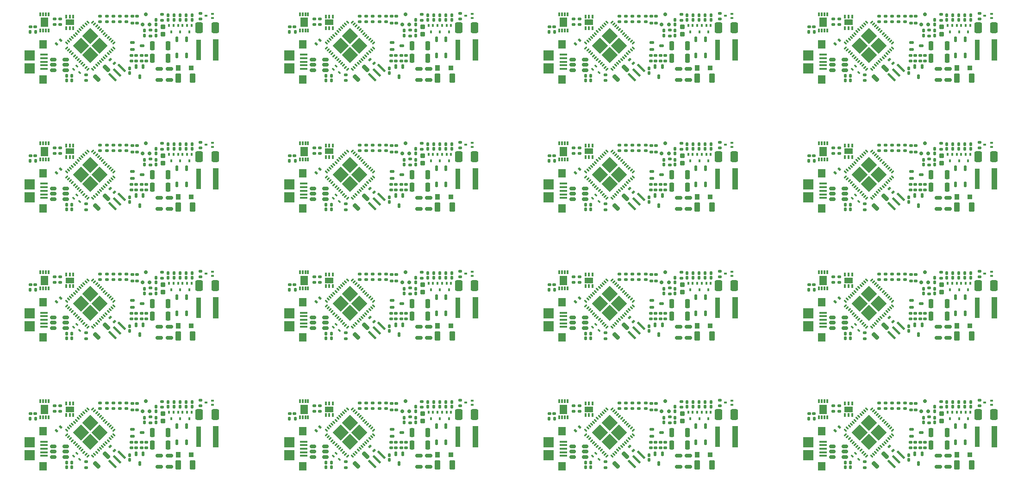
<source format=gtp>
G04 Layer_Color=8421504*
%FSLAX25Y25*%
%MOIN*%
G70*
G01*
G75*
G04:AMPARAMS|DCode=15|XSize=9.84mil|YSize=29.53mil|CornerRadius=0mil|HoleSize=0mil|Usage=FLASHONLY|Rotation=135.000|XOffset=0mil|YOffset=0mil|HoleType=Round|Shape=Round|*
%AMOVALD15*
21,1,0.01969,0.00984,0.00000,0.00000,225.0*
1,1,0.00984,0.00696,0.00696*
1,1,0.00984,-0.00696,-0.00696*
%
%ADD15OVALD15*%

G04:AMPARAMS|DCode=16|XSize=9.84mil|YSize=29.53mil|CornerRadius=0mil|HoleSize=0mil|Usage=FLASHONLY|Rotation=225.000|XOffset=0mil|YOffset=0mil|HoleType=Round|Shape=Round|*
%AMOVALD16*
21,1,0.01969,0.00984,0.00000,0.00000,315.0*
1,1,0.00984,-0.00696,0.00696*
1,1,0.00984,0.00696,-0.00696*
%
%ADD16OVALD16*%

G04:AMPARAMS|DCode=19|XSize=13.78mil|YSize=21.65mil|CornerRadius=3.45mil|HoleSize=0mil|Usage=FLASHONLY|Rotation=0.000|XOffset=0mil|YOffset=0mil|HoleType=Round|Shape=RoundedRectangle|*
%AMROUNDEDRECTD19*
21,1,0.01378,0.01476,0,0,0.0*
21,1,0.00689,0.02165,0,0,0.0*
1,1,0.00689,0.00345,-0.00738*
1,1,0.00689,-0.00345,-0.00738*
1,1,0.00689,-0.00345,0.00738*
1,1,0.00689,0.00345,0.00738*
%
%ADD19ROUNDEDRECTD19*%
G04:AMPARAMS|DCode=20|XSize=13.78mil|YSize=21.65mil|CornerRadius=3.45mil|HoleSize=0mil|Usage=FLASHONLY|Rotation=270.000|XOffset=0mil|YOffset=0mil|HoleType=Round|Shape=RoundedRectangle|*
%AMROUNDEDRECTD20*
21,1,0.01378,0.01476,0,0,270.0*
21,1,0.00689,0.02165,0,0,270.0*
1,1,0.00689,-0.00738,-0.00345*
1,1,0.00689,-0.00738,0.00345*
1,1,0.00689,0.00738,0.00345*
1,1,0.00689,0.00738,-0.00345*
%
%ADD20ROUNDEDRECTD20*%
G04:AMPARAMS|DCode=21|XSize=13.78mil|YSize=21.65mil|CornerRadius=3.45mil|HoleSize=0mil|Usage=FLASHONLY|Rotation=45.000|XOffset=0mil|YOffset=0mil|HoleType=Round|Shape=RoundedRectangle|*
%AMROUNDEDRECTD21*
21,1,0.01378,0.01476,0,0,45.0*
21,1,0.00689,0.02165,0,0,45.0*
1,1,0.00689,0.00766,-0.00278*
1,1,0.00689,0.00278,-0.00766*
1,1,0.00689,-0.00766,0.00278*
1,1,0.00689,-0.00278,0.00766*
%
%ADD21ROUNDEDRECTD21*%
G04:AMPARAMS|DCode=22|XSize=19.69mil|YSize=35.43mil|CornerRadius=4.92mil|HoleSize=0mil|Usage=FLASHONLY|Rotation=0.000|XOffset=0mil|YOffset=0mil|HoleType=Round|Shape=RoundedRectangle|*
%AMROUNDEDRECTD22*
21,1,0.01969,0.02559,0,0,0.0*
21,1,0.00984,0.03543,0,0,0.0*
1,1,0.00984,0.00492,-0.01280*
1,1,0.00984,-0.00492,-0.01280*
1,1,0.00984,-0.00492,0.01280*
1,1,0.00984,0.00492,0.01280*
%
%ADD22ROUNDEDRECTD22*%
G04:AMPARAMS|DCode=23|XSize=19.69mil|YSize=35.43mil|CornerRadius=4.92mil|HoleSize=0mil|Usage=FLASHONLY|Rotation=90.000|XOffset=0mil|YOffset=0mil|HoleType=Round|Shape=RoundedRectangle|*
%AMROUNDEDRECTD23*
21,1,0.01969,0.02559,0,0,90.0*
21,1,0.00984,0.03543,0,0,90.0*
1,1,0.00984,0.01280,0.00492*
1,1,0.00984,0.01280,-0.00492*
1,1,0.00984,-0.01280,-0.00492*
1,1,0.00984,-0.01280,0.00492*
%
%ADD23ROUNDEDRECTD23*%
G04:AMPARAMS|DCode=24|XSize=23.62mil|YSize=27.56mil|CornerRadius=5.91mil|HoleSize=0mil|Usage=FLASHONLY|Rotation=180.000|XOffset=0mil|YOffset=0mil|HoleType=Round|Shape=RoundedRectangle|*
%AMROUNDEDRECTD24*
21,1,0.02362,0.01575,0,0,180.0*
21,1,0.01181,0.02756,0,0,180.0*
1,1,0.01181,-0.00591,0.00787*
1,1,0.01181,0.00591,0.00787*
1,1,0.01181,0.00591,-0.00787*
1,1,0.01181,-0.00591,-0.00787*
%
%ADD24ROUNDEDRECTD24*%
G04:AMPARAMS|DCode=25|XSize=23.62mil|YSize=47.24mil|CornerRadius=5.91mil|HoleSize=0mil|Usage=FLASHONLY|Rotation=90.000|XOffset=0mil|YOffset=0mil|HoleType=Round|Shape=RoundedRectangle|*
%AMROUNDEDRECTD25*
21,1,0.02362,0.03543,0,0,90.0*
21,1,0.01181,0.04724,0,0,90.0*
1,1,0.01181,0.01772,0.00591*
1,1,0.01181,0.01772,-0.00591*
1,1,0.01181,-0.01772,-0.00591*
1,1,0.01181,-0.01772,0.00591*
%
%ADD25ROUNDEDRECTD25*%
G04:AMPARAMS|DCode=26|XSize=25.2mil|YSize=17.72mil|CornerRadius=4.43mil|HoleSize=0mil|Usage=FLASHONLY|Rotation=0.000|XOffset=0mil|YOffset=0mil|HoleType=Round|Shape=RoundedRectangle|*
%AMROUNDEDRECTD26*
21,1,0.02520,0.00886,0,0,0.0*
21,1,0.01634,0.01772,0,0,0.0*
1,1,0.00886,0.00817,-0.00443*
1,1,0.00886,-0.00817,-0.00443*
1,1,0.00886,-0.00817,0.00443*
1,1,0.00886,0.00817,0.00443*
%
%ADD26ROUNDEDRECTD26*%
G04:AMPARAMS|DCode=27|XSize=21.65mil|YSize=23.62mil|CornerRadius=5.41mil|HoleSize=0mil|Usage=FLASHONLY|Rotation=0.000|XOffset=0mil|YOffset=0mil|HoleType=Round|Shape=RoundedRectangle|*
%AMROUNDEDRECTD27*
21,1,0.02165,0.01280,0,0,0.0*
21,1,0.01083,0.02362,0,0,0.0*
1,1,0.01083,0.00541,-0.00640*
1,1,0.01083,-0.00541,-0.00640*
1,1,0.01083,-0.00541,0.00640*
1,1,0.01083,0.00541,0.00640*
%
%ADD27ROUNDEDRECTD27*%
G04:AMPARAMS|DCode=28|XSize=21.65mil|YSize=23.62mil|CornerRadius=5.41mil|HoleSize=0mil|Usage=FLASHONLY|Rotation=90.000|XOffset=0mil|YOffset=0mil|HoleType=Round|Shape=RoundedRectangle|*
%AMROUNDEDRECTD28*
21,1,0.02165,0.01280,0,0,90.0*
21,1,0.01083,0.02362,0,0,90.0*
1,1,0.01083,0.00640,0.00541*
1,1,0.01083,0.00640,-0.00541*
1,1,0.01083,-0.00640,-0.00541*
1,1,0.01083,-0.00640,0.00541*
%
%ADD28ROUNDEDRECTD28*%
G04:AMPARAMS|DCode=29|XSize=51.18mil|YSize=27.56mil|CornerRadius=6.89mil|HoleSize=0mil|Usage=FLASHONLY|Rotation=0.000|XOffset=0mil|YOffset=0mil|HoleType=Round|Shape=RoundedRectangle|*
%AMROUNDEDRECTD29*
21,1,0.05118,0.01378,0,0,0.0*
21,1,0.03740,0.02756,0,0,0.0*
1,1,0.01378,0.01870,-0.00689*
1,1,0.01378,-0.01870,-0.00689*
1,1,0.01378,-0.01870,0.00689*
1,1,0.01378,0.01870,0.00689*
%
%ADD29ROUNDEDRECTD29*%
G04:AMPARAMS|DCode=30|XSize=11.81mil|YSize=27.56mil|CornerRadius=2.95mil|HoleSize=0mil|Usage=FLASHONLY|Rotation=180.000|XOffset=0mil|YOffset=0mil|HoleType=Round|Shape=RoundedRectangle|*
%AMROUNDEDRECTD30*
21,1,0.01181,0.02165,0,0,180.0*
21,1,0.00591,0.02756,0,0,180.0*
1,1,0.00591,-0.00295,0.01083*
1,1,0.00591,0.00295,0.01083*
1,1,0.00591,0.00295,-0.01083*
1,1,0.00591,-0.00295,-0.01083*
%
%ADD30ROUNDEDRECTD30*%
%ADD31R,0.06299X0.03937*%
G04:AMPARAMS|DCode=32|XSize=29.53mil|YSize=57.09mil|CornerRadius=7.38mil|HoleSize=0mil|Usage=FLASHONLY|Rotation=225.000|XOffset=0mil|YOffset=0mil|HoleType=Round|Shape=RoundedRectangle|*
%AMROUNDEDRECTD32*
21,1,0.02953,0.04232,0,0,225.0*
21,1,0.01476,0.05709,0,0,225.0*
1,1,0.01476,-0.02018,0.00974*
1,1,0.01476,-0.00974,0.02018*
1,1,0.01476,0.02018,-0.00974*
1,1,0.01476,0.00974,-0.02018*
%
%ADD32ROUNDEDRECTD32*%
G04:AMPARAMS|DCode=33|XSize=11.81mil|YSize=29.53mil|CornerRadius=2.95mil|HoleSize=0mil|Usage=FLASHONLY|Rotation=0.000|XOffset=0mil|YOffset=0mil|HoleType=Round|Shape=RoundedRectangle|*
%AMROUNDEDRECTD33*
21,1,0.01181,0.02362,0,0,0.0*
21,1,0.00591,0.02953,0,0,0.0*
1,1,0.00591,0.00295,-0.01181*
1,1,0.00591,-0.00295,-0.01181*
1,1,0.00591,-0.00295,0.01181*
1,1,0.00591,0.00295,0.01181*
%
%ADD33ROUNDEDRECTD33*%
%ADD34R,0.05709X0.06890*%
G04:AMPARAMS|DCode=35|XSize=35.43mil|YSize=31.5mil|CornerRadius=7.87mil|HoleSize=0mil|Usage=FLASHONLY|Rotation=0.000|XOffset=0mil|YOffset=0mil|HoleType=Round|Shape=RoundedRectangle|*
%AMROUNDEDRECTD35*
21,1,0.03543,0.01575,0,0,0.0*
21,1,0.01969,0.03150,0,0,0.0*
1,1,0.01575,0.00984,-0.00787*
1,1,0.01575,-0.00984,-0.00787*
1,1,0.01575,-0.00984,0.00787*
1,1,0.01575,0.00984,0.00787*
%
%ADD35ROUNDEDRECTD35*%
G04:AMPARAMS|DCode=36|XSize=25.2mil|YSize=17.72mil|CornerRadius=4.43mil|HoleSize=0mil|Usage=FLASHONLY|Rotation=90.000|XOffset=0mil|YOffset=0mil|HoleType=Round|Shape=RoundedRectangle|*
%AMROUNDEDRECTD36*
21,1,0.02520,0.00886,0,0,90.0*
21,1,0.01634,0.01772,0,0,90.0*
1,1,0.00886,0.00443,0.00817*
1,1,0.00886,0.00443,-0.00817*
1,1,0.00886,-0.00443,-0.00817*
1,1,0.00886,-0.00443,0.00817*
%
%ADD36ROUNDEDRECTD36*%
G04:AMPARAMS|DCode=37|XSize=66.93mil|YSize=43.31mil|CornerRadius=10.83mil|HoleSize=0mil|Usage=FLASHONLY|Rotation=270.000|XOffset=0mil|YOffset=0mil|HoleType=Round|Shape=RoundedRectangle|*
%AMROUNDEDRECTD37*
21,1,0.06693,0.02165,0,0,270.0*
21,1,0.04528,0.04331,0,0,270.0*
1,1,0.02165,-0.01083,-0.02264*
1,1,0.02165,-0.01083,0.02264*
1,1,0.02165,0.01083,0.02264*
1,1,0.02165,0.01083,-0.02264*
%
%ADD37ROUNDEDRECTD37*%
G04:AMPARAMS|DCode=38|XSize=78.74mil|YSize=55.12mil|CornerRadius=13.78mil|HoleSize=0mil|Usage=FLASHONLY|Rotation=90.000|XOffset=0mil|YOffset=0mil|HoleType=Round|Shape=RoundedRectangle|*
%AMROUNDEDRECTD38*
21,1,0.07874,0.02756,0,0,90.0*
21,1,0.05118,0.05512,0,0,90.0*
1,1,0.02756,0.01378,0.02559*
1,1,0.02756,0.01378,-0.02559*
1,1,0.02756,-0.01378,-0.02559*
1,1,0.02756,-0.01378,0.02559*
%
%ADD38ROUNDEDRECTD38*%
G04:AMPARAMS|DCode=39|XSize=25.2mil|YSize=17.72mil|CornerRadius=4.43mil|HoleSize=0mil|Usage=FLASHONLY|Rotation=225.000|XOffset=0mil|YOffset=0mil|HoleType=Round|Shape=RoundedRectangle|*
%AMROUNDEDRECTD39*
21,1,0.02520,0.00886,0,0,225.0*
21,1,0.01634,0.01772,0,0,225.0*
1,1,0.00886,-0.00891,-0.00265*
1,1,0.00886,0.00265,0.00891*
1,1,0.00886,0.00891,0.00265*
1,1,0.00886,-0.00265,-0.00891*
%
%ADD39ROUNDEDRECTD39*%
G04:AMPARAMS|DCode=40|XSize=15.75mil|YSize=74.8mil|CornerRadius=3.94mil|HoleSize=0mil|Usage=FLASHONLY|Rotation=225.000|XOffset=0mil|YOffset=0mil|HoleType=Round|Shape=RoundedRectangle|*
%AMROUNDEDRECTD40*
21,1,0.01575,0.06693,0,0,225.0*
21,1,0.00787,0.07480,0,0,225.0*
1,1,0.00787,-0.02645,0.02088*
1,1,0.00787,-0.02088,0.02645*
1,1,0.00787,0.02645,-0.02088*
1,1,0.00787,0.02088,-0.02645*
%
%ADD40ROUNDEDRECTD40*%
G04:AMPARAMS|DCode=41|XSize=39.37mil|YSize=21.65mil|CornerRadius=5.41mil|HoleSize=0mil|Usage=FLASHONLY|Rotation=270.000|XOffset=0mil|YOffset=0mil|HoleType=Round|Shape=RoundedRectangle|*
%AMROUNDEDRECTD41*
21,1,0.03937,0.01083,0,0,270.0*
21,1,0.02854,0.02165,0,0,270.0*
1,1,0.01083,-0.00541,-0.01427*
1,1,0.01083,-0.00541,0.01427*
1,1,0.01083,0.00541,0.01427*
1,1,0.01083,0.00541,-0.01427*
%
%ADD41ROUNDEDRECTD41*%
G04:AMPARAMS|DCode=42|XSize=35.43mil|YSize=35.43mil|CornerRadius=8.86mil|HoleSize=0mil|Usage=FLASHONLY|Rotation=0.000|XOffset=0mil|YOffset=0mil|HoleType=Round|Shape=RoundedRectangle|*
%AMROUNDEDRECTD42*
21,1,0.03543,0.01772,0,0,0.0*
21,1,0.01772,0.03543,0,0,0.0*
1,1,0.01772,0.00886,-0.00886*
1,1,0.01772,-0.00886,-0.00886*
1,1,0.01772,-0.00886,0.00886*
1,1,0.01772,0.00886,0.00886*
%
%ADD42ROUNDEDRECTD42*%
G04:AMPARAMS|DCode=43|XSize=35.43mil|YSize=43.31mil|CornerRadius=8.86mil|HoleSize=0mil|Usage=FLASHONLY|Rotation=0.000|XOffset=0mil|YOffset=0mil|HoleType=Round|Shape=RoundedRectangle|*
%AMROUNDEDRECTD43*
21,1,0.03543,0.02559,0,0,0.0*
21,1,0.01772,0.04331,0,0,0.0*
1,1,0.01772,0.00886,-0.01280*
1,1,0.01772,-0.00886,-0.01280*
1,1,0.01772,-0.00886,0.01280*
1,1,0.01772,0.00886,0.01280*
%
%ADD43ROUNDEDRECTD43*%
G04:AMPARAMS|DCode=44|XSize=25.2mil|YSize=17.72mil|CornerRadius=4.43mil|HoleSize=0mil|Usage=FLASHONLY|Rotation=135.000|XOffset=0mil|YOffset=0mil|HoleType=Round|Shape=RoundedRectangle|*
%AMROUNDEDRECTD44*
21,1,0.02520,0.00886,0,0,135.0*
21,1,0.01634,0.01772,0,0,135.0*
1,1,0.00886,-0.00265,0.00891*
1,1,0.00886,0.00891,-0.00265*
1,1,0.00886,0.00265,-0.00891*
1,1,0.00886,-0.00891,0.00265*
%
%ADD44ROUNDEDRECTD44*%
%ADD45R,0.07480X0.07480*%
%ADD46R,0.05512X0.06299*%
G04:AMPARAMS|DCode=47|XSize=55.12mil|YSize=15.75mil|CornerRadius=3.94mil|HoleSize=0mil|Usage=FLASHONLY|Rotation=0.000|XOffset=0mil|YOffset=0mil|HoleType=Round|Shape=RoundedRectangle|*
%AMROUNDEDRECTD47*
21,1,0.05512,0.00787,0,0,0.0*
21,1,0.04724,0.01575,0,0,0.0*
1,1,0.00787,0.02362,-0.00394*
1,1,0.00787,-0.02362,-0.00394*
1,1,0.00787,-0.02362,0.00394*
1,1,0.00787,0.02362,0.00394*
%
%ADD47ROUNDEDRECTD47*%
G04:AMPARAMS|DCode=48|XSize=64.96mil|YSize=35.43mil|CornerRadius=8.86mil|HoleSize=0mil|Usage=FLASHONLY|Rotation=90.000|XOffset=0mil|YOffset=0mil|HoleType=Round|Shape=RoundedRectangle|*
%AMROUNDEDRECTD48*
21,1,0.06496,0.01772,0,0,90.0*
21,1,0.04724,0.03543,0,0,90.0*
1,1,0.01772,0.00886,0.02362*
1,1,0.01772,0.00886,-0.02362*
1,1,0.01772,-0.00886,-0.02362*
1,1,0.01772,-0.00886,0.02362*
%
%ADD48ROUNDEDRECTD48*%
%ADD66R,0.03858X0.15315*%
%ADD67R,0.03583X0.14764*%
%ADD68P,0.11414X4X180.0*%
%ADD69P,0.11414X4X90.0*%
D15*
X85465Y85212D02*
D03*
X84073Y86604D02*
D03*
X82681Y87996D02*
D03*
X81289Y89388D02*
D03*
X79897Y90780D02*
D03*
X78505Y92172D02*
D03*
X77113Y93564D02*
D03*
X75721Y94956D02*
D03*
X74329Y96348D02*
D03*
X72937Y97740D02*
D03*
X71545Y99132D02*
D03*
X70153Y100524D02*
D03*
X88945Y119315D02*
D03*
X90337Y117923D02*
D03*
X91729Y116531D02*
D03*
X93120Y115139D02*
D03*
X94512Y113747D02*
D03*
X95904Y112355D02*
D03*
X97296Y110963D02*
D03*
X98688Y109572D02*
D03*
X100080Y108180D02*
D03*
X101472Y106788D02*
D03*
X102864Y105396D02*
D03*
X104256Y104004D02*
D03*
X272392Y85212D02*
D03*
X271000Y86604D02*
D03*
X269608Y87996D02*
D03*
X268216Y89388D02*
D03*
X266824Y90780D02*
D03*
X265432Y92172D02*
D03*
X264040Y93564D02*
D03*
X262648Y94956D02*
D03*
X261257Y96348D02*
D03*
X259865Y97740D02*
D03*
X258473Y99132D02*
D03*
X257081Y100524D02*
D03*
X275872Y119315D02*
D03*
X277264Y117923D02*
D03*
X278656Y116531D02*
D03*
X280048Y115139D02*
D03*
X281440Y113747D02*
D03*
X282832Y112355D02*
D03*
X284224Y110963D02*
D03*
X285615Y109572D02*
D03*
X287007Y108180D02*
D03*
X288399Y106788D02*
D03*
X289791Y105396D02*
D03*
X291183Y104004D02*
D03*
X459319Y85212D02*
D03*
X457927Y86604D02*
D03*
X456535Y87996D02*
D03*
X455143Y89388D02*
D03*
X453752Y90780D02*
D03*
X452360Y92172D02*
D03*
X450968Y93564D02*
D03*
X449576Y94956D02*
D03*
X448184Y96348D02*
D03*
X446792Y97740D02*
D03*
X445400Y99132D02*
D03*
X444008Y100524D02*
D03*
X462799Y119315D02*
D03*
X464191Y117923D02*
D03*
X465583Y116531D02*
D03*
X466975Y115139D02*
D03*
X468367Y113747D02*
D03*
X469759Y112355D02*
D03*
X471151Y110963D02*
D03*
X472543Y109572D02*
D03*
X473935Y108180D02*
D03*
X475327Y106788D02*
D03*
X476719Y105396D02*
D03*
X478111Y104004D02*
D03*
X646247Y85212D02*
D03*
X644855Y86604D02*
D03*
X643463Y87996D02*
D03*
X642071Y89388D02*
D03*
X640679Y90780D02*
D03*
X639287Y92172D02*
D03*
X637895Y93564D02*
D03*
X636503Y94956D02*
D03*
X635111Y96348D02*
D03*
X633719Y97740D02*
D03*
X632327Y99132D02*
D03*
X630935Y100524D02*
D03*
X649726Y119315D02*
D03*
X651118Y117923D02*
D03*
X652510Y116531D02*
D03*
X653902Y115139D02*
D03*
X655294Y113747D02*
D03*
X656686Y112355D02*
D03*
X658078Y110963D02*
D03*
X659470Y109572D02*
D03*
X660862Y108180D02*
D03*
X662254Y106788D02*
D03*
X663646Y105396D02*
D03*
X665038Y104004D02*
D03*
X85465Y178224D02*
D03*
X84073Y179616D02*
D03*
X82681Y181008D02*
D03*
X81289Y182400D02*
D03*
X79897Y183792D02*
D03*
X78505Y185184D02*
D03*
X77113Y186576D02*
D03*
X75721Y187968D02*
D03*
X74329Y189360D02*
D03*
X72937Y190752D02*
D03*
X71545Y192144D02*
D03*
X70153Y193536D02*
D03*
X88945Y212327D02*
D03*
X90337Y210935D02*
D03*
X91729Y209543D02*
D03*
X93120Y208151D02*
D03*
X94512Y206759D02*
D03*
X95904Y205367D02*
D03*
X97296Y203975D02*
D03*
X98688Y202583D02*
D03*
X100080Y201191D02*
D03*
X101472Y199799D02*
D03*
X102864Y198407D02*
D03*
X104256Y197016D02*
D03*
X272392Y178224D02*
D03*
X271000Y179616D02*
D03*
X269608Y181008D02*
D03*
X268216Y182400D02*
D03*
X266824Y183792D02*
D03*
X265432Y185184D02*
D03*
X264040Y186576D02*
D03*
X262648Y187968D02*
D03*
X261257Y189360D02*
D03*
X259865Y190752D02*
D03*
X258473Y192144D02*
D03*
X257081Y193536D02*
D03*
X275872Y212327D02*
D03*
X277264Y210935D02*
D03*
X278656Y209543D02*
D03*
X280048Y208151D02*
D03*
X281440Y206759D02*
D03*
X282832Y205367D02*
D03*
X284224Y203975D02*
D03*
X285615Y202583D02*
D03*
X287007Y201191D02*
D03*
X288399Y199799D02*
D03*
X289791Y198407D02*
D03*
X291183Y197016D02*
D03*
X459319Y178224D02*
D03*
X457927Y179616D02*
D03*
X456535Y181008D02*
D03*
X455143Y182400D02*
D03*
X453752Y183792D02*
D03*
X452360Y185184D02*
D03*
X450968Y186576D02*
D03*
X449576Y187968D02*
D03*
X448184Y189360D02*
D03*
X446792Y190752D02*
D03*
X445400Y192144D02*
D03*
X444008Y193536D02*
D03*
X462799Y212327D02*
D03*
X464191Y210935D02*
D03*
X465583Y209543D02*
D03*
X466975Y208151D02*
D03*
X468367Y206759D02*
D03*
X469759Y205367D02*
D03*
X471151Y203975D02*
D03*
X472543Y202583D02*
D03*
X473935Y201191D02*
D03*
X475327Y199799D02*
D03*
X476719Y198407D02*
D03*
X478111Y197016D02*
D03*
X646247Y178224D02*
D03*
X644855Y179616D02*
D03*
X643463Y181008D02*
D03*
X642071Y182400D02*
D03*
X640679Y183792D02*
D03*
X639287Y185184D02*
D03*
X637895Y186576D02*
D03*
X636503Y187968D02*
D03*
X635111Y189360D02*
D03*
X633719Y190752D02*
D03*
X632327Y192144D02*
D03*
X630935Y193536D02*
D03*
X649726Y212327D02*
D03*
X651118Y210935D02*
D03*
X652510Y209543D02*
D03*
X653902Y208151D02*
D03*
X655294Y206759D02*
D03*
X656686Y205367D02*
D03*
X658078Y203975D02*
D03*
X659470Y202583D02*
D03*
X660862Y201191D02*
D03*
X662254Y199799D02*
D03*
X663646Y198407D02*
D03*
X665038Y197016D02*
D03*
X85465Y271236D02*
D03*
X84073Y272628D02*
D03*
X82681Y274020D02*
D03*
X81289Y275412D02*
D03*
X79897Y276804D02*
D03*
X78505Y278196D02*
D03*
X77113Y279588D02*
D03*
X75721Y280980D02*
D03*
X74329Y282372D02*
D03*
X72937Y283764D02*
D03*
X71545Y285156D02*
D03*
X70153Y286547D02*
D03*
X88945Y305339D02*
D03*
X90337Y303947D02*
D03*
X91729Y302555D02*
D03*
X93120Y301163D02*
D03*
X94512Y299771D02*
D03*
X95904Y298379D02*
D03*
X97296Y296987D02*
D03*
X98688Y295595D02*
D03*
X100080Y294203D02*
D03*
X101472Y292811D02*
D03*
X102864Y291419D02*
D03*
X104256Y290027D02*
D03*
X272392Y271236D02*
D03*
X271000Y272628D02*
D03*
X269608Y274020D02*
D03*
X268216Y275412D02*
D03*
X266824Y276804D02*
D03*
X265432Y278196D02*
D03*
X264040Y279588D02*
D03*
X262648Y280980D02*
D03*
X261257Y282372D02*
D03*
X259865Y283764D02*
D03*
X258473Y285156D02*
D03*
X257081Y286547D02*
D03*
X275872Y305339D02*
D03*
X277264Y303947D02*
D03*
X278656Y302555D02*
D03*
X280048Y301163D02*
D03*
X281440Y299771D02*
D03*
X282832Y298379D02*
D03*
X284224Y296987D02*
D03*
X285615Y295595D02*
D03*
X287007Y294203D02*
D03*
X288399Y292811D02*
D03*
X289791Y291419D02*
D03*
X291183Y290027D02*
D03*
X459319Y271236D02*
D03*
X457927Y272628D02*
D03*
X456535Y274020D02*
D03*
X455143Y275412D02*
D03*
X453752Y276804D02*
D03*
X452360Y278196D02*
D03*
X450968Y279588D02*
D03*
X449576Y280980D02*
D03*
X448184Y282372D02*
D03*
X446792Y283764D02*
D03*
X445400Y285156D02*
D03*
X444008Y286547D02*
D03*
X462799Y305339D02*
D03*
X464191Y303947D02*
D03*
X465583Y302555D02*
D03*
X466975Y301163D02*
D03*
X468367Y299771D02*
D03*
X469759Y298379D02*
D03*
X471151Y296987D02*
D03*
X472543Y295595D02*
D03*
X473935Y294203D02*
D03*
X475327Y292811D02*
D03*
X476719Y291419D02*
D03*
X478111Y290027D02*
D03*
X646247Y271236D02*
D03*
X644855Y272628D02*
D03*
X643463Y274020D02*
D03*
X642071Y275412D02*
D03*
X640679Y276804D02*
D03*
X639287Y278196D02*
D03*
X637895Y279588D02*
D03*
X636503Y280980D02*
D03*
X635111Y282372D02*
D03*
X633719Y283764D02*
D03*
X632327Y285156D02*
D03*
X630935Y286547D02*
D03*
X649726Y305339D02*
D03*
X651118Y303947D02*
D03*
X652510Y302555D02*
D03*
X653902Y301163D02*
D03*
X655294Y299771D02*
D03*
X656686Y298379D02*
D03*
X658078Y296987D02*
D03*
X659470Y295595D02*
D03*
X660862Y294203D02*
D03*
X662254Y292811D02*
D03*
X663646Y291419D02*
D03*
X665038Y290027D02*
D03*
X85465Y364248D02*
D03*
X84073Y365640D02*
D03*
X82681Y367032D02*
D03*
X81289Y368424D02*
D03*
X79897Y369816D02*
D03*
X78505Y371208D02*
D03*
X77113Y372600D02*
D03*
X75721Y373992D02*
D03*
X74329Y375383D02*
D03*
X72937Y376775D02*
D03*
X71545Y378167D02*
D03*
X70153Y379559D02*
D03*
X88945Y398351D02*
D03*
X90337Y396959D02*
D03*
X91729Y395567D02*
D03*
X93120Y394175D02*
D03*
X94512Y392783D02*
D03*
X95904Y391391D02*
D03*
X97296Y389999D02*
D03*
X98688Y388607D02*
D03*
X100080Y387215D02*
D03*
X101472Y385823D02*
D03*
X102864Y384431D02*
D03*
X104256Y383039D02*
D03*
X272392Y364248D02*
D03*
X271000Y365640D02*
D03*
X269608Y367032D02*
D03*
X268216Y368424D02*
D03*
X266824Y369816D02*
D03*
X265432Y371208D02*
D03*
X264040Y372600D02*
D03*
X262648Y373992D02*
D03*
X261257Y375383D02*
D03*
X259865Y376775D02*
D03*
X258473Y378167D02*
D03*
X257081Y379559D02*
D03*
X275872Y398351D02*
D03*
X277264Y396959D02*
D03*
X278656Y395567D02*
D03*
X280048Y394175D02*
D03*
X281440Y392783D02*
D03*
X282832Y391391D02*
D03*
X284224Y389999D02*
D03*
X285615Y388607D02*
D03*
X287007Y387215D02*
D03*
X288399Y385823D02*
D03*
X289791Y384431D02*
D03*
X291183Y383039D02*
D03*
X459319Y364248D02*
D03*
X457927Y365640D02*
D03*
X456535Y367032D02*
D03*
X455143Y368424D02*
D03*
X453752Y369816D02*
D03*
X452360Y371208D02*
D03*
X450968Y372600D02*
D03*
X449576Y373992D02*
D03*
X448184Y375383D02*
D03*
X446792Y376775D02*
D03*
X445400Y378167D02*
D03*
X444008Y379559D02*
D03*
X462799Y398351D02*
D03*
X464191Y396959D02*
D03*
X465583Y395567D02*
D03*
X466975Y394175D02*
D03*
X468367Y392783D02*
D03*
X469759Y391391D02*
D03*
X471151Y389999D02*
D03*
X472543Y388607D02*
D03*
X473935Y387215D02*
D03*
X475327Y385823D02*
D03*
X476719Y384431D02*
D03*
X478111Y383039D02*
D03*
X646247Y364248D02*
D03*
X644855Y365640D02*
D03*
X643463Y367032D02*
D03*
X642071Y368424D02*
D03*
X640679Y369816D02*
D03*
X639287Y371208D02*
D03*
X637895Y372600D02*
D03*
X636503Y373992D02*
D03*
X635111Y375383D02*
D03*
X633719Y376775D02*
D03*
X632327Y378167D02*
D03*
X630935Y379559D02*
D03*
X649726Y398351D02*
D03*
X651118Y396959D02*
D03*
X652510Y395567D02*
D03*
X653902Y394175D02*
D03*
X655294Y392783D02*
D03*
X656686Y391391D02*
D03*
X658078Y389999D02*
D03*
X659470Y388607D02*
D03*
X660862Y387215D02*
D03*
X662254Y385823D02*
D03*
X663646Y384431D02*
D03*
X665038Y383039D02*
D03*
D16*
X70153Y104004D02*
D03*
X71545Y105396D02*
D03*
X72937Y106788D02*
D03*
X74329Y108180D02*
D03*
X75721Y109572D02*
D03*
X77113Y110963D02*
D03*
X78505Y112355D02*
D03*
X79897Y113747D02*
D03*
X81289Y115139D02*
D03*
X82681Y116531D02*
D03*
X84073Y117923D02*
D03*
X85465Y119315D02*
D03*
X104256Y100524D02*
D03*
X102864Y99132D02*
D03*
X101472Y97740D02*
D03*
X100080Y96348D02*
D03*
X98688Y94956D02*
D03*
X97296Y93564D02*
D03*
X95904Y92172D02*
D03*
X94512Y90780D02*
D03*
X93120Y89388D02*
D03*
X91729Y87996D02*
D03*
X90337Y86604D02*
D03*
X88945Y85212D02*
D03*
X257081Y104004D02*
D03*
X258473Y105396D02*
D03*
X259865Y106788D02*
D03*
X261257Y108180D02*
D03*
X262648Y109572D02*
D03*
X264040Y110963D02*
D03*
X265432Y112355D02*
D03*
X266824Y113747D02*
D03*
X268216Y115139D02*
D03*
X269608Y116531D02*
D03*
X271000Y117923D02*
D03*
X272392Y119315D02*
D03*
X291183Y100524D02*
D03*
X289791Y99132D02*
D03*
X288399Y97740D02*
D03*
X287007Y96348D02*
D03*
X285615Y94956D02*
D03*
X284224Y93564D02*
D03*
X282832Y92172D02*
D03*
X281440Y90780D02*
D03*
X280048Y89388D02*
D03*
X278656Y87996D02*
D03*
X277264Y86604D02*
D03*
X275872Y85212D02*
D03*
X444008Y104004D02*
D03*
X445400Y105396D02*
D03*
X446792Y106788D02*
D03*
X448184Y108180D02*
D03*
X449576Y109572D02*
D03*
X450968Y110963D02*
D03*
X452360Y112355D02*
D03*
X453752Y113747D02*
D03*
X455143Y115139D02*
D03*
X456535Y116531D02*
D03*
X457927Y117923D02*
D03*
X459319Y119315D02*
D03*
X478111Y100524D02*
D03*
X476719Y99132D02*
D03*
X475327Y97740D02*
D03*
X473935Y96348D02*
D03*
X472543Y94956D02*
D03*
X471151Y93564D02*
D03*
X469759Y92172D02*
D03*
X468367Y90780D02*
D03*
X466975Y89388D02*
D03*
X465583Y87996D02*
D03*
X464191Y86604D02*
D03*
X462799Y85212D02*
D03*
X630935Y104004D02*
D03*
X632327Y105396D02*
D03*
X633719Y106788D02*
D03*
X635111Y108180D02*
D03*
X636503Y109572D02*
D03*
X637895Y110963D02*
D03*
X639287Y112355D02*
D03*
X640679Y113747D02*
D03*
X642071Y115139D02*
D03*
X643463Y116531D02*
D03*
X644855Y117923D02*
D03*
X646247Y119315D02*
D03*
X665038Y100524D02*
D03*
X663646Y99132D02*
D03*
X662254Y97740D02*
D03*
X660862Y96348D02*
D03*
X659470Y94956D02*
D03*
X658078Y93564D02*
D03*
X656686Y92172D02*
D03*
X655294Y90780D02*
D03*
X653902Y89388D02*
D03*
X652510Y87996D02*
D03*
X651118Y86604D02*
D03*
X649726Y85212D02*
D03*
X70153Y197016D02*
D03*
X71545Y198407D02*
D03*
X72937Y199799D02*
D03*
X74329Y201191D02*
D03*
X75721Y202583D02*
D03*
X77113Y203975D02*
D03*
X78505Y205367D02*
D03*
X79897Y206759D02*
D03*
X81289Y208151D02*
D03*
X82681Y209543D02*
D03*
X84073Y210935D02*
D03*
X85465Y212327D02*
D03*
X104256Y193536D02*
D03*
X102864Y192144D02*
D03*
X101472Y190752D02*
D03*
X100080Y189360D02*
D03*
X98688Y187968D02*
D03*
X97296Y186576D02*
D03*
X95904Y185184D02*
D03*
X94512Y183792D02*
D03*
X93120Y182400D02*
D03*
X91729Y181008D02*
D03*
X90337Y179616D02*
D03*
X88945Y178224D02*
D03*
X257081Y197016D02*
D03*
X258473Y198407D02*
D03*
X259865Y199799D02*
D03*
X261257Y201191D02*
D03*
X262648Y202583D02*
D03*
X264040Y203975D02*
D03*
X265432Y205367D02*
D03*
X266824Y206759D02*
D03*
X268216Y208151D02*
D03*
X269608Y209543D02*
D03*
X271000Y210935D02*
D03*
X272392Y212327D02*
D03*
X291183Y193536D02*
D03*
X289791Y192144D02*
D03*
X288399Y190752D02*
D03*
X287007Y189360D02*
D03*
X285615Y187968D02*
D03*
X284224Y186576D02*
D03*
X282832Y185184D02*
D03*
X281440Y183792D02*
D03*
X280048Y182400D02*
D03*
X278656Y181008D02*
D03*
X277264Y179616D02*
D03*
X275872Y178224D02*
D03*
X444008Y197016D02*
D03*
X445400Y198407D02*
D03*
X446792Y199799D02*
D03*
X448184Y201191D02*
D03*
X449576Y202583D02*
D03*
X450968Y203975D02*
D03*
X452360Y205367D02*
D03*
X453752Y206759D02*
D03*
X455143Y208151D02*
D03*
X456535Y209543D02*
D03*
X457927Y210935D02*
D03*
X459319Y212327D02*
D03*
X478111Y193536D02*
D03*
X476719Y192144D02*
D03*
X475327Y190752D02*
D03*
X473935Y189360D02*
D03*
X472543Y187968D02*
D03*
X471151Y186576D02*
D03*
X469759Y185184D02*
D03*
X468367Y183792D02*
D03*
X466975Y182400D02*
D03*
X465583Y181008D02*
D03*
X464191Y179616D02*
D03*
X462799Y178224D02*
D03*
X630935Y197016D02*
D03*
X632327Y198407D02*
D03*
X633719Y199799D02*
D03*
X635111Y201191D02*
D03*
X636503Y202583D02*
D03*
X637895Y203975D02*
D03*
X639287Y205367D02*
D03*
X640679Y206759D02*
D03*
X642071Y208151D02*
D03*
X643463Y209543D02*
D03*
X644855Y210935D02*
D03*
X646247Y212327D02*
D03*
X665038Y193536D02*
D03*
X663646Y192144D02*
D03*
X662254Y190752D02*
D03*
X660862Y189360D02*
D03*
X659470Y187968D02*
D03*
X658078Y186576D02*
D03*
X656686Y185184D02*
D03*
X655294Y183792D02*
D03*
X653902Y182400D02*
D03*
X652510Y181008D02*
D03*
X651118Y179616D02*
D03*
X649726Y178224D02*
D03*
X70153Y290027D02*
D03*
X71545Y291419D02*
D03*
X72937Y292811D02*
D03*
X74329Y294203D02*
D03*
X75721Y295595D02*
D03*
X77113Y296987D02*
D03*
X78505Y298379D02*
D03*
X79897Y299771D02*
D03*
X81289Y301163D02*
D03*
X82681Y302555D02*
D03*
X84073Y303947D02*
D03*
X85465Y305339D02*
D03*
X104256Y286547D02*
D03*
X102864Y285156D02*
D03*
X101472Y283764D02*
D03*
X100080Y282372D02*
D03*
X98688Y280980D02*
D03*
X97296Y279588D02*
D03*
X95904Y278196D02*
D03*
X94512Y276804D02*
D03*
X93120Y275412D02*
D03*
X91729Y274020D02*
D03*
X90337Y272628D02*
D03*
X88945Y271236D02*
D03*
X257081Y290027D02*
D03*
X258473Y291419D02*
D03*
X259865Y292811D02*
D03*
X261257Y294203D02*
D03*
X262648Y295595D02*
D03*
X264040Y296987D02*
D03*
X265432Y298379D02*
D03*
X266824Y299771D02*
D03*
X268216Y301163D02*
D03*
X269608Y302555D02*
D03*
X271000Y303947D02*
D03*
X272392Y305339D02*
D03*
X291183Y286547D02*
D03*
X289791Y285156D02*
D03*
X288399Y283764D02*
D03*
X287007Y282372D02*
D03*
X285615Y280980D02*
D03*
X284224Y279588D02*
D03*
X282832Y278196D02*
D03*
X281440Y276804D02*
D03*
X280048Y275412D02*
D03*
X278656Y274020D02*
D03*
X277264Y272628D02*
D03*
X275872Y271236D02*
D03*
X444008Y290027D02*
D03*
X445400Y291419D02*
D03*
X446792Y292811D02*
D03*
X448184Y294203D02*
D03*
X449576Y295595D02*
D03*
X450968Y296987D02*
D03*
X452360Y298379D02*
D03*
X453752Y299771D02*
D03*
X455143Y301163D02*
D03*
X456535Y302555D02*
D03*
X457927Y303947D02*
D03*
X459319Y305339D02*
D03*
X478111Y286547D02*
D03*
X476719Y285156D02*
D03*
X475327Y283764D02*
D03*
X473935Y282372D02*
D03*
X472543Y280980D02*
D03*
X471151Y279588D02*
D03*
X469759Y278196D02*
D03*
X468367Y276804D02*
D03*
X466975Y275412D02*
D03*
X465583Y274020D02*
D03*
X464191Y272628D02*
D03*
X462799Y271236D02*
D03*
X630935Y290027D02*
D03*
X632327Y291419D02*
D03*
X633719Y292811D02*
D03*
X635111Y294203D02*
D03*
X636503Y295595D02*
D03*
X637895Y296987D02*
D03*
X639287Y298379D02*
D03*
X640679Y299771D02*
D03*
X642071Y301163D02*
D03*
X643463Y302555D02*
D03*
X644855Y303947D02*
D03*
X646247Y305339D02*
D03*
X665038Y286547D02*
D03*
X663646Y285156D02*
D03*
X662254Y283764D02*
D03*
X660862Y282372D02*
D03*
X659470Y280980D02*
D03*
X658078Y279588D02*
D03*
X656686Y278196D02*
D03*
X655294Y276804D02*
D03*
X653902Y275412D02*
D03*
X652510Y274020D02*
D03*
X651118Y272628D02*
D03*
X649726Y271236D02*
D03*
X70153Y383039D02*
D03*
X71545Y384431D02*
D03*
X72937Y385823D02*
D03*
X74329Y387215D02*
D03*
X75721Y388607D02*
D03*
X77113Y389999D02*
D03*
X78505Y391391D02*
D03*
X79897Y392783D02*
D03*
X81289Y394175D02*
D03*
X82681Y395567D02*
D03*
X84073Y396959D02*
D03*
X85465Y398351D02*
D03*
X104256Y379559D02*
D03*
X102864Y378167D02*
D03*
X101472Y376775D02*
D03*
X100080Y375383D02*
D03*
X98688Y373992D02*
D03*
X97296Y372600D02*
D03*
X95904Y371208D02*
D03*
X94512Y369816D02*
D03*
X93120Y368424D02*
D03*
X91729Y367032D02*
D03*
X90337Y365640D02*
D03*
X88945Y364248D02*
D03*
X257081Y383039D02*
D03*
X258473Y384431D02*
D03*
X259865Y385823D02*
D03*
X261257Y387215D02*
D03*
X262648Y388607D02*
D03*
X264040Y389999D02*
D03*
X265432Y391391D02*
D03*
X266824Y392783D02*
D03*
X268216Y394175D02*
D03*
X269608Y395567D02*
D03*
X271000Y396959D02*
D03*
X272392Y398351D02*
D03*
X291183Y379559D02*
D03*
X289791Y378167D02*
D03*
X288399Y376775D02*
D03*
X287007Y375383D02*
D03*
X285615Y373992D02*
D03*
X284224Y372600D02*
D03*
X282832Y371208D02*
D03*
X281440Y369816D02*
D03*
X280048Y368424D02*
D03*
X278656Y367032D02*
D03*
X277264Y365640D02*
D03*
X275872Y364248D02*
D03*
X444008Y383039D02*
D03*
X445400Y384431D02*
D03*
X446792Y385823D02*
D03*
X448184Y387215D02*
D03*
X449576Y388607D02*
D03*
X450968Y389999D02*
D03*
X452360Y391391D02*
D03*
X453752Y392783D02*
D03*
X455143Y394175D02*
D03*
X456535Y395567D02*
D03*
X457927Y396959D02*
D03*
X459319Y398351D02*
D03*
X478111Y379559D02*
D03*
X476719Y378167D02*
D03*
X475327Y376775D02*
D03*
X473935Y375383D02*
D03*
X472543Y373992D02*
D03*
X471151Y372600D02*
D03*
X469759Y371208D02*
D03*
X468367Y369816D02*
D03*
X466975Y368424D02*
D03*
X465583Y367032D02*
D03*
X464191Y365640D02*
D03*
X462799Y364248D02*
D03*
X630935Y383039D02*
D03*
X632327Y384431D02*
D03*
X633719Y385823D02*
D03*
X635111Y387215D02*
D03*
X636503Y388607D02*
D03*
X637895Y389999D02*
D03*
X639287Y391391D02*
D03*
X640679Y392783D02*
D03*
X642071Y394175D02*
D03*
X643463Y395567D02*
D03*
X644855Y396959D02*
D03*
X646247Y398351D02*
D03*
X665038Y379559D02*
D03*
X663646Y378167D02*
D03*
X662254Y376775D02*
D03*
X660862Y375383D02*
D03*
X659470Y373992D02*
D03*
X658078Y372600D02*
D03*
X656686Y371208D02*
D03*
X655294Y369816D02*
D03*
X653902Y368424D02*
D03*
X652510Y367032D02*
D03*
X651118Y365640D02*
D03*
X649726Y364248D02*
D03*
D19*
X147047Y116831D02*
D03*
X143897D02*
D03*
X145472Y112106D02*
D03*
X160040Y116812D02*
D03*
X156891D02*
D03*
X158466Y112088D02*
D03*
X151969D02*
D03*
X150394Y116812D02*
D03*
X153543D02*
D03*
X333974Y116831D02*
D03*
X330825D02*
D03*
X332400Y112106D02*
D03*
X346968Y116812D02*
D03*
X343818D02*
D03*
X345393Y112088D02*
D03*
X338896D02*
D03*
X337321Y116812D02*
D03*
X340471D02*
D03*
X520902Y116831D02*
D03*
X517752D02*
D03*
X519327Y112106D02*
D03*
X533895Y116812D02*
D03*
X530745D02*
D03*
X532320Y112088D02*
D03*
X525823D02*
D03*
X524248Y116812D02*
D03*
X527398D02*
D03*
X707829Y116831D02*
D03*
X704679D02*
D03*
X706254Y112106D02*
D03*
X720822Y116812D02*
D03*
X717673D02*
D03*
X719247Y112088D02*
D03*
X712750D02*
D03*
X711175Y116812D02*
D03*
X714325D02*
D03*
X147047Y209842D02*
D03*
X143897D02*
D03*
X145472Y205118D02*
D03*
X160040Y209824D02*
D03*
X156891D02*
D03*
X158466Y205099D02*
D03*
X151969D02*
D03*
X150394Y209824D02*
D03*
X153543D02*
D03*
X333974Y209842D02*
D03*
X330825D02*
D03*
X332400Y205118D02*
D03*
X346968Y209824D02*
D03*
X343818D02*
D03*
X345393Y205099D02*
D03*
X338896D02*
D03*
X337321Y209824D02*
D03*
X340471D02*
D03*
X520902Y209842D02*
D03*
X517752D02*
D03*
X519327Y205118D02*
D03*
X533895Y209824D02*
D03*
X530745D02*
D03*
X532320Y205099D02*
D03*
X525823D02*
D03*
X524248Y209824D02*
D03*
X527398D02*
D03*
X707829Y209842D02*
D03*
X704679D02*
D03*
X706254Y205118D02*
D03*
X720822Y209824D02*
D03*
X717673D02*
D03*
X719247Y205099D02*
D03*
X712750D02*
D03*
X711175Y209824D02*
D03*
X714325D02*
D03*
X147047Y302854D02*
D03*
X143897D02*
D03*
X145472Y298130D02*
D03*
X160040Y302836D02*
D03*
X156891D02*
D03*
X158466Y298111D02*
D03*
X151969D02*
D03*
X150394Y302836D02*
D03*
X153543D02*
D03*
X333974Y302854D02*
D03*
X330825D02*
D03*
X332400Y298130D02*
D03*
X346968Y302836D02*
D03*
X343818D02*
D03*
X345393Y298111D02*
D03*
X338896D02*
D03*
X337321Y302836D02*
D03*
X340471D02*
D03*
X520902Y302854D02*
D03*
X517752D02*
D03*
X519327Y298130D02*
D03*
X533895Y302836D02*
D03*
X530745D02*
D03*
X532320Y298111D02*
D03*
X525823D02*
D03*
X524248Y302836D02*
D03*
X527398D02*
D03*
X707829Y302854D02*
D03*
X704679D02*
D03*
X706254Y298130D02*
D03*
X720822Y302836D02*
D03*
X717673D02*
D03*
X719247Y298111D02*
D03*
X712750D02*
D03*
X711175Y302836D02*
D03*
X714325D02*
D03*
X147047Y395866D02*
D03*
X143897D02*
D03*
X145472Y391142D02*
D03*
X160040Y395847D02*
D03*
X156891D02*
D03*
X158466Y391123D02*
D03*
X151969D02*
D03*
X150394Y395847D02*
D03*
X153543D02*
D03*
X333974Y395866D02*
D03*
X330825D02*
D03*
X332400Y391142D02*
D03*
X346968Y395847D02*
D03*
X343818D02*
D03*
X345393Y391123D02*
D03*
X338896D02*
D03*
X337321Y395847D02*
D03*
X340471D02*
D03*
X520902Y395866D02*
D03*
X517752D02*
D03*
X519327Y391142D02*
D03*
X533895Y395847D02*
D03*
X530745D02*
D03*
X532320Y391123D02*
D03*
X525823D02*
D03*
X524248Y395847D02*
D03*
X527398D02*
D03*
X707829Y395866D02*
D03*
X704679D02*
D03*
X706254Y391142D02*
D03*
X720822Y395847D02*
D03*
X717673D02*
D03*
X719247Y391123D02*
D03*
X712750D02*
D03*
X711175Y395847D02*
D03*
X714325D02*
D03*
D20*
X170579Y123709D02*
D03*
X175303Y125284D02*
D03*
Y122134D02*
D03*
X357506Y123709D02*
D03*
X362230Y125284D02*
D03*
Y122134D02*
D03*
X544433Y123709D02*
D03*
X549158Y125284D02*
D03*
Y122134D02*
D03*
X731360Y123709D02*
D03*
X736085Y125284D02*
D03*
Y122134D02*
D03*
X170579Y216721D02*
D03*
X175303Y218296D02*
D03*
Y215146D02*
D03*
X357506Y216721D02*
D03*
X362230Y218296D02*
D03*
Y215146D02*
D03*
X544433Y216721D02*
D03*
X549158Y218296D02*
D03*
Y215146D02*
D03*
X731360Y216721D02*
D03*
X736085Y218296D02*
D03*
Y215146D02*
D03*
X170579Y309733D02*
D03*
X175303Y311308D02*
D03*
Y308158D02*
D03*
X357506Y309733D02*
D03*
X362230Y311308D02*
D03*
Y308158D02*
D03*
X544433Y309733D02*
D03*
X549158Y311308D02*
D03*
Y308158D02*
D03*
X731360Y309733D02*
D03*
X736085Y311308D02*
D03*
Y308158D02*
D03*
X170579Y402745D02*
D03*
X175303Y404320D02*
D03*
Y401170D02*
D03*
X357506Y402745D02*
D03*
X362230Y404320D02*
D03*
Y401170D02*
D03*
X544433Y402745D02*
D03*
X549158Y404320D02*
D03*
Y401170D02*
D03*
X731360Y402745D02*
D03*
X736085Y404320D02*
D03*
Y401170D02*
D03*
D21*
X77396Y87331D02*
D03*
X75169Y85104D02*
D03*
X79623Y82877D02*
D03*
X264323Y87331D02*
D03*
X262096Y85104D02*
D03*
X266550Y82877D02*
D03*
X451251Y87331D02*
D03*
X449023Y85104D02*
D03*
X453478Y82877D02*
D03*
X638178Y87331D02*
D03*
X635951Y85104D02*
D03*
X640405Y82877D02*
D03*
X77396Y180343D02*
D03*
X75169Y178116D02*
D03*
X79623Y175889D02*
D03*
X264323Y180343D02*
D03*
X262096Y178116D02*
D03*
X266550Y175889D02*
D03*
X451251Y180343D02*
D03*
X449023Y178116D02*
D03*
X453478Y175889D02*
D03*
X638178Y180343D02*
D03*
X635951Y178116D02*
D03*
X640405Y175889D02*
D03*
X77396Y273355D02*
D03*
X75169Y271128D02*
D03*
X79623Y268901D02*
D03*
X264323Y273355D02*
D03*
X262096Y271128D02*
D03*
X266550Y268901D02*
D03*
X451251Y273355D02*
D03*
X449023Y271128D02*
D03*
X453478Y268901D02*
D03*
X638178Y273355D02*
D03*
X635951Y271128D02*
D03*
X640405Y268901D02*
D03*
X77396Y366367D02*
D03*
X75169Y364140D02*
D03*
X79623Y361912D02*
D03*
X264323Y366367D02*
D03*
X262096Y364140D02*
D03*
X266550Y361912D02*
D03*
X451251Y366367D02*
D03*
X449023Y364140D02*
D03*
X453478Y361912D02*
D03*
X638178Y366367D02*
D03*
X635951Y364140D02*
D03*
X640405Y361912D02*
D03*
D22*
X122736Y79921D02*
D03*
X120177Y87008D02*
D03*
X125295D02*
D03*
X309664Y79921D02*
D03*
X307104Y87008D02*
D03*
X312223D02*
D03*
X496591Y79921D02*
D03*
X494032Y87008D02*
D03*
X499150D02*
D03*
X683518Y79921D02*
D03*
X680959Y87008D02*
D03*
X686077D02*
D03*
X122736Y172933D02*
D03*
X120177Y180020D02*
D03*
X125295D02*
D03*
X309664Y172933D02*
D03*
X307104Y180020D02*
D03*
X312223D02*
D03*
X496591Y172933D02*
D03*
X494032Y180020D02*
D03*
X499150D02*
D03*
X683518Y172933D02*
D03*
X680959Y180020D02*
D03*
X686077D02*
D03*
X122736Y265945D02*
D03*
X120177Y273031D02*
D03*
X125295D02*
D03*
X309664Y265945D02*
D03*
X307104Y273031D02*
D03*
X312223D02*
D03*
X496591Y265945D02*
D03*
X494032Y273031D02*
D03*
X499150D02*
D03*
X683518Y265945D02*
D03*
X680959Y273031D02*
D03*
X686077D02*
D03*
X122736Y358957D02*
D03*
X120177Y366043D02*
D03*
X125295D02*
D03*
X309664Y358957D02*
D03*
X307104Y366043D02*
D03*
X312223D02*
D03*
X496591Y358957D02*
D03*
X494032Y366043D02*
D03*
X499150D02*
D03*
X683518Y358957D02*
D03*
X680959Y366043D02*
D03*
X686077D02*
D03*
D23*
X124705Y102067D02*
D03*
X117618Y99508D02*
D03*
Y104626D02*
D03*
X311632Y102067D02*
D03*
X304545Y99508D02*
D03*
Y104626D02*
D03*
X498559Y102067D02*
D03*
X491473Y99508D02*
D03*
Y104626D02*
D03*
X685487Y102067D02*
D03*
X678400Y99508D02*
D03*
Y104626D02*
D03*
X124705Y195079D02*
D03*
X117618Y192520D02*
D03*
Y197638D02*
D03*
X311632Y195079D02*
D03*
X304545Y192520D02*
D03*
Y197638D02*
D03*
X498559Y195079D02*
D03*
X491473Y192520D02*
D03*
Y197638D02*
D03*
X685487Y195079D02*
D03*
X678400Y192520D02*
D03*
Y197638D02*
D03*
X124705Y288091D02*
D03*
X117618Y285531D02*
D03*
Y290650D02*
D03*
X311632Y288091D02*
D03*
X304545Y285531D02*
D03*
Y290650D02*
D03*
X498559Y288091D02*
D03*
X491473Y285531D02*
D03*
Y290650D02*
D03*
X685487Y288091D02*
D03*
X678400Y285531D02*
D03*
Y290650D02*
D03*
X124705Y381102D02*
D03*
X117618Y378543D02*
D03*
Y383661D02*
D03*
X311632Y381102D02*
D03*
X304545Y378543D02*
D03*
Y383661D02*
D03*
X498559Y381102D02*
D03*
X491473Y378543D02*
D03*
Y383661D02*
D03*
X685487Y381102D02*
D03*
X678400Y378543D02*
D03*
Y383661D02*
D03*
D24*
X124803Y117421D02*
D03*
X129921D02*
D03*
X127362Y124705D02*
D03*
X311730Y117421D02*
D03*
X316848D02*
D03*
X314289Y124705D02*
D03*
X498658Y117421D02*
D03*
X503776D02*
D03*
X501217Y124705D02*
D03*
X685585Y117421D02*
D03*
X690703D02*
D03*
X688144Y124705D02*
D03*
X124803Y210433D02*
D03*
X129921D02*
D03*
X127362Y217717D02*
D03*
X311730Y210433D02*
D03*
X316848D02*
D03*
X314289Y217717D02*
D03*
X498658Y210433D02*
D03*
X503776D02*
D03*
X501217Y217717D02*
D03*
X685585Y210433D02*
D03*
X690703D02*
D03*
X688144Y217717D02*
D03*
X124803Y303445D02*
D03*
X129921D02*
D03*
X127362Y310728D02*
D03*
X311730Y303445D02*
D03*
X316848D02*
D03*
X314289Y310728D02*
D03*
X498658Y303445D02*
D03*
X503776D02*
D03*
X501217Y310728D02*
D03*
X685585Y303445D02*
D03*
X690703D02*
D03*
X688144Y310728D02*
D03*
X124803Y396457D02*
D03*
X129921D02*
D03*
X127362Y403740D02*
D03*
X311730Y396457D02*
D03*
X316848D02*
D03*
X314289Y403740D02*
D03*
X498658Y396457D02*
D03*
X503776D02*
D03*
X501217Y403740D02*
D03*
X685585Y396457D02*
D03*
X690703D02*
D03*
X688144Y403740D02*
D03*
D25*
X60630Y92126D02*
D03*
Y88386D02*
D03*
Y84646D02*
D03*
X69685D02*
D03*
Y88386D02*
D03*
Y92126D02*
D03*
X247557D02*
D03*
Y88386D02*
D03*
Y84646D02*
D03*
X256612D02*
D03*
Y88386D02*
D03*
Y92126D02*
D03*
X434484D02*
D03*
Y88386D02*
D03*
Y84646D02*
D03*
X443540D02*
D03*
Y88386D02*
D03*
Y92126D02*
D03*
X621412D02*
D03*
Y88386D02*
D03*
Y84646D02*
D03*
X630467D02*
D03*
Y88386D02*
D03*
Y92126D02*
D03*
X60630Y185138D02*
D03*
Y181398D02*
D03*
Y177657D02*
D03*
X69685D02*
D03*
Y181398D02*
D03*
Y185138D02*
D03*
X247557D02*
D03*
Y181398D02*
D03*
Y177657D02*
D03*
X256612D02*
D03*
Y181398D02*
D03*
Y185138D02*
D03*
X434484D02*
D03*
Y181398D02*
D03*
Y177657D02*
D03*
X443540D02*
D03*
Y181398D02*
D03*
Y185138D02*
D03*
X621412D02*
D03*
Y181398D02*
D03*
Y177657D02*
D03*
X630467D02*
D03*
Y181398D02*
D03*
Y185138D02*
D03*
X60630Y278150D02*
D03*
Y274410D02*
D03*
Y270669D02*
D03*
X69685D02*
D03*
Y274410D02*
D03*
Y278150D02*
D03*
X247557D02*
D03*
Y274410D02*
D03*
Y270669D02*
D03*
X256612D02*
D03*
Y274410D02*
D03*
Y278150D02*
D03*
X434484D02*
D03*
Y274410D02*
D03*
Y270669D02*
D03*
X443540D02*
D03*
Y274410D02*
D03*
Y278150D02*
D03*
X621412D02*
D03*
Y274410D02*
D03*
Y270669D02*
D03*
X630467D02*
D03*
Y274410D02*
D03*
Y278150D02*
D03*
X60630Y371161D02*
D03*
Y367421D02*
D03*
Y363681D02*
D03*
X69685D02*
D03*
Y367421D02*
D03*
Y371161D02*
D03*
X247557D02*
D03*
Y367421D02*
D03*
Y363681D02*
D03*
X256612D02*
D03*
Y367421D02*
D03*
Y371161D02*
D03*
X434484D02*
D03*
Y367421D02*
D03*
Y363681D02*
D03*
X443540D02*
D03*
Y367421D02*
D03*
Y371161D02*
D03*
X621412D02*
D03*
Y367421D02*
D03*
Y363681D02*
D03*
X630467D02*
D03*
Y367421D02*
D03*
Y371161D02*
D03*
D26*
X103776Y123602D02*
D03*
Y119508D02*
D03*
X108483Y123602D02*
D03*
Y119508D02*
D03*
X130561Y113366D02*
D03*
Y109272D02*
D03*
X84252Y81083D02*
D03*
Y76988D02*
D03*
X113189Y119508D02*
D03*
Y123602D02*
D03*
X166604Y125615D02*
D03*
Y121520D02*
D03*
X138985Y124685D02*
D03*
Y120590D02*
D03*
X94363Y123602D02*
D03*
Y119508D02*
D03*
X61516Y121634D02*
D03*
Y117539D02*
D03*
X65650D02*
D03*
Y121634D02*
D03*
X99070Y123602D02*
D03*
Y119508D02*
D03*
X290703Y123602D02*
D03*
Y119508D02*
D03*
X295410Y123602D02*
D03*
Y119508D02*
D03*
X317488Y113366D02*
D03*
Y109272D02*
D03*
X271179Y81083D02*
D03*
Y76988D02*
D03*
X300116Y119508D02*
D03*
Y123602D02*
D03*
X353532Y125615D02*
D03*
Y121520D02*
D03*
X325912Y124685D02*
D03*
Y120590D02*
D03*
X281291Y123602D02*
D03*
Y119508D02*
D03*
X248443Y121634D02*
D03*
Y117539D02*
D03*
X252577D02*
D03*
Y121634D02*
D03*
X285997Y123602D02*
D03*
Y119508D02*
D03*
X477631Y123602D02*
D03*
Y119508D02*
D03*
X482337Y123602D02*
D03*
Y119508D02*
D03*
X504415Y113366D02*
D03*
Y109272D02*
D03*
X458107Y81083D02*
D03*
Y76988D02*
D03*
X487043Y119508D02*
D03*
Y123602D02*
D03*
X540459Y125615D02*
D03*
Y121520D02*
D03*
X512839Y124685D02*
D03*
Y120590D02*
D03*
X468218Y123602D02*
D03*
Y119508D02*
D03*
X435370Y121634D02*
D03*
Y117539D02*
D03*
X439504D02*
D03*
Y121634D02*
D03*
X472924Y123602D02*
D03*
Y119508D02*
D03*
X664558Y123602D02*
D03*
Y119508D02*
D03*
X669264Y123602D02*
D03*
Y119508D02*
D03*
X691343Y113366D02*
D03*
Y109272D02*
D03*
X645034Y81083D02*
D03*
Y76988D02*
D03*
X673971Y119508D02*
D03*
Y123602D02*
D03*
X727386Y125615D02*
D03*
Y121520D02*
D03*
X699766Y124685D02*
D03*
Y120590D02*
D03*
X655145Y123602D02*
D03*
Y119508D02*
D03*
X622297Y121634D02*
D03*
Y117539D02*
D03*
X626431D02*
D03*
Y121634D02*
D03*
X659851Y123602D02*
D03*
Y119508D02*
D03*
X103776Y216614D02*
D03*
Y212520D02*
D03*
X108483Y216614D02*
D03*
Y212520D02*
D03*
X130561Y206378D02*
D03*
Y202283D02*
D03*
X84252Y174094D02*
D03*
Y170000D02*
D03*
X113189Y212520D02*
D03*
Y216614D02*
D03*
X166604Y218626D02*
D03*
Y214532D02*
D03*
X138985Y217696D02*
D03*
Y213602D02*
D03*
X94363Y216614D02*
D03*
Y212520D02*
D03*
X61516Y214646D02*
D03*
Y210551D02*
D03*
X65650D02*
D03*
Y214646D02*
D03*
X99070Y216614D02*
D03*
Y212520D02*
D03*
X290703Y216614D02*
D03*
Y212520D02*
D03*
X295410Y216614D02*
D03*
Y212520D02*
D03*
X317488Y206378D02*
D03*
Y202283D02*
D03*
X271179Y174094D02*
D03*
Y170000D02*
D03*
X300116Y212520D02*
D03*
Y216614D02*
D03*
X353532Y218626D02*
D03*
Y214532D02*
D03*
X325912Y217696D02*
D03*
Y213602D02*
D03*
X281291Y216614D02*
D03*
Y212520D02*
D03*
X248443Y214646D02*
D03*
Y210551D02*
D03*
X252577D02*
D03*
Y214646D02*
D03*
X285997Y216614D02*
D03*
Y212520D02*
D03*
X477631Y216614D02*
D03*
Y212520D02*
D03*
X482337Y216614D02*
D03*
Y212520D02*
D03*
X504415Y206378D02*
D03*
Y202283D02*
D03*
X458107Y174094D02*
D03*
Y170000D02*
D03*
X487043Y212520D02*
D03*
Y216614D02*
D03*
X540459Y218626D02*
D03*
Y214532D02*
D03*
X512839Y217696D02*
D03*
Y213602D02*
D03*
X468218Y216614D02*
D03*
Y212520D02*
D03*
X435370Y214646D02*
D03*
Y210551D02*
D03*
X439504D02*
D03*
Y214646D02*
D03*
X472924Y216614D02*
D03*
Y212520D02*
D03*
X664558Y216614D02*
D03*
Y212520D02*
D03*
X669264Y216614D02*
D03*
Y212520D02*
D03*
X691343Y206378D02*
D03*
Y202283D02*
D03*
X645034Y174094D02*
D03*
Y170000D02*
D03*
X673971Y212520D02*
D03*
Y216614D02*
D03*
X727386Y218626D02*
D03*
Y214532D02*
D03*
X699766Y217696D02*
D03*
Y213602D02*
D03*
X655145Y216614D02*
D03*
Y212520D02*
D03*
X622297Y214646D02*
D03*
Y210551D02*
D03*
X626431D02*
D03*
Y214646D02*
D03*
X659851Y216614D02*
D03*
Y212520D02*
D03*
X103776Y309626D02*
D03*
Y305532D02*
D03*
X108483Y309626D02*
D03*
Y305532D02*
D03*
X130561Y299390D02*
D03*
Y295295D02*
D03*
X84252Y267106D02*
D03*
Y263012D02*
D03*
X113189Y305532D02*
D03*
Y309626D02*
D03*
X166604Y311638D02*
D03*
Y307544D02*
D03*
X138985Y310708D02*
D03*
Y306614D02*
D03*
X94363Y309626D02*
D03*
Y305532D02*
D03*
X61516Y307658D02*
D03*
Y303563D02*
D03*
X65650D02*
D03*
Y307658D02*
D03*
X99070Y309626D02*
D03*
Y305532D02*
D03*
X290703Y309626D02*
D03*
Y305532D02*
D03*
X295410Y309626D02*
D03*
Y305532D02*
D03*
X317488Y299390D02*
D03*
Y295295D02*
D03*
X271179Y267106D02*
D03*
Y263012D02*
D03*
X300116Y305532D02*
D03*
Y309626D02*
D03*
X353532Y311638D02*
D03*
Y307544D02*
D03*
X325912Y310708D02*
D03*
Y306614D02*
D03*
X281291Y309626D02*
D03*
Y305532D02*
D03*
X248443Y307658D02*
D03*
Y303563D02*
D03*
X252577D02*
D03*
Y307658D02*
D03*
X285997Y309626D02*
D03*
Y305532D02*
D03*
X477631Y309626D02*
D03*
Y305532D02*
D03*
X482337Y309626D02*
D03*
Y305532D02*
D03*
X504415Y299390D02*
D03*
Y295295D02*
D03*
X458107Y267106D02*
D03*
Y263012D02*
D03*
X487043Y305532D02*
D03*
Y309626D02*
D03*
X540459Y311638D02*
D03*
Y307544D02*
D03*
X512839Y310708D02*
D03*
Y306614D02*
D03*
X468218Y309626D02*
D03*
Y305532D02*
D03*
X435370Y307658D02*
D03*
Y303563D02*
D03*
X439504D02*
D03*
Y307658D02*
D03*
X472924Y309626D02*
D03*
Y305532D02*
D03*
X664558Y309626D02*
D03*
Y305532D02*
D03*
X669264Y309626D02*
D03*
Y305532D02*
D03*
X691343Y299390D02*
D03*
Y295295D02*
D03*
X645034Y267106D02*
D03*
Y263012D02*
D03*
X673971Y305532D02*
D03*
Y309626D02*
D03*
X727386Y311638D02*
D03*
Y307544D02*
D03*
X699766Y310708D02*
D03*
Y306614D02*
D03*
X655145Y309626D02*
D03*
Y305532D02*
D03*
X622297Y307658D02*
D03*
Y303563D02*
D03*
X626431D02*
D03*
Y307658D02*
D03*
X659851Y309626D02*
D03*
Y305532D02*
D03*
X103776Y402638D02*
D03*
Y398543D02*
D03*
X108483Y402638D02*
D03*
Y398543D02*
D03*
X130561Y392402D02*
D03*
Y388307D02*
D03*
X84252Y360118D02*
D03*
Y356024D02*
D03*
X113189Y398543D02*
D03*
Y402638D02*
D03*
X166604Y404650D02*
D03*
Y400556D02*
D03*
X138985Y403720D02*
D03*
Y399625D02*
D03*
X94363Y402638D02*
D03*
Y398543D02*
D03*
X61516Y400669D02*
D03*
Y396575D02*
D03*
X65650D02*
D03*
Y400669D02*
D03*
X99070Y402638D02*
D03*
Y398543D02*
D03*
X290703Y402638D02*
D03*
Y398543D02*
D03*
X295410Y402638D02*
D03*
Y398543D02*
D03*
X317488Y392402D02*
D03*
Y388307D02*
D03*
X271179Y360118D02*
D03*
Y356024D02*
D03*
X300116Y398543D02*
D03*
Y402638D02*
D03*
X353532Y404650D02*
D03*
Y400556D02*
D03*
X325912Y403720D02*
D03*
Y399625D02*
D03*
X281291Y402638D02*
D03*
Y398543D02*
D03*
X248443Y400669D02*
D03*
Y396575D02*
D03*
X252577D02*
D03*
Y400669D02*
D03*
X285997Y402638D02*
D03*
Y398543D02*
D03*
X477631Y402638D02*
D03*
Y398543D02*
D03*
X482337Y402638D02*
D03*
Y398543D02*
D03*
X504415Y392402D02*
D03*
Y388307D02*
D03*
X458107Y360118D02*
D03*
Y356024D02*
D03*
X487043Y398543D02*
D03*
Y402638D02*
D03*
X540459Y404650D02*
D03*
Y400556D02*
D03*
X512839Y403720D02*
D03*
Y399625D02*
D03*
X468218Y402638D02*
D03*
Y398543D02*
D03*
X435370Y400669D02*
D03*
Y396575D02*
D03*
X439504D02*
D03*
Y400669D02*
D03*
X472924Y402638D02*
D03*
Y398543D02*
D03*
X664558Y402638D02*
D03*
Y398543D02*
D03*
X669264Y402638D02*
D03*
Y398543D02*
D03*
X691343Y392402D02*
D03*
Y388307D02*
D03*
X645034Y360118D02*
D03*
Y356024D02*
D03*
X673971Y398543D02*
D03*
Y402638D02*
D03*
X727386Y404650D02*
D03*
Y400556D02*
D03*
X699766Y403720D02*
D03*
Y399625D02*
D03*
X655145Y402638D02*
D03*
Y398543D02*
D03*
X622297Y400669D02*
D03*
Y396575D02*
D03*
X626431D02*
D03*
Y400669D02*
D03*
X659851Y402638D02*
D03*
Y398543D02*
D03*
D27*
X115650Y85728D02*
D03*
X115650Y82382D02*
D03*
X134449Y120866D02*
D03*
Y117520D02*
D03*
X134449Y112992D02*
D03*
Y109646D02*
D03*
X160482Y120964D02*
D03*
Y124310D02*
D03*
X156143Y120964D02*
D03*
Y124310D02*
D03*
X151804Y120964D02*
D03*
Y124311D02*
D03*
X147466Y120964D02*
D03*
Y124311D02*
D03*
X143127Y120964D02*
D03*
X143127Y124311D02*
D03*
X70079Y80512D02*
D03*
Y77165D02*
D03*
X126279Y109646D02*
D03*
Y112992D02*
D03*
X73819Y80512D02*
D03*
Y77165D02*
D03*
X302577Y85728D02*
D03*
X302577Y82382D02*
D03*
X321376Y120866D02*
D03*
Y117520D02*
D03*
X321376Y112992D02*
D03*
Y109646D02*
D03*
X347409Y120964D02*
D03*
Y124310D02*
D03*
X343071Y120964D02*
D03*
Y124310D02*
D03*
X338732Y120964D02*
D03*
Y124311D02*
D03*
X334393Y120964D02*
D03*
Y124311D02*
D03*
X330054Y120964D02*
D03*
X330054Y124311D02*
D03*
X257006Y80512D02*
D03*
Y77165D02*
D03*
X313207Y109646D02*
D03*
Y112992D02*
D03*
X260746Y80512D02*
D03*
Y77165D02*
D03*
X489504Y85728D02*
D03*
X489504Y82382D02*
D03*
X508303Y120866D02*
D03*
Y117520D02*
D03*
X508303Y112992D02*
D03*
Y109646D02*
D03*
X534337Y120964D02*
D03*
Y124310D02*
D03*
X529998Y120964D02*
D03*
Y124310D02*
D03*
X525659Y120964D02*
D03*
Y124311D02*
D03*
X521320Y120964D02*
D03*
Y124311D02*
D03*
X516981Y120964D02*
D03*
X516981Y124311D02*
D03*
X443933Y80512D02*
D03*
Y77165D02*
D03*
X500134Y109646D02*
D03*
Y112992D02*
D03*
X447673Y80512D02*
D03*
Y77165D02*
D03*
X676431Y85728D02*
D03*
X676432Y82382D02*
D03*
X695231Y120866D02*
D03*
Y117520D02*
D03*
X695230Y112992D02*
D03*
Y109646D02*
D03*
X721264Y120964D02*
D03*
Y124310D02*
D03*
X716925Y120964D02*
D03*
Y124310D02*
D03*
X712586Y120964D02*
D03*
Y124311D02*
D03*
X708247Y120964D02*
D03*
Y124311D02*
D03*
X703908Y120964D02*
D03*
X703908Y124311D02*
D03*
X630861Y80512D02*
D03*
Y77165D02*
D03*
X687061Y109646D02*
D03*
Y112992D02*
D03*
X634601Y80512D02*
D03*
Y77165D02*
D03*
X115650Y178740D02*
D03*
X115650Y175394D02*
D03*
X134449Y213878D02*
D03*
Y210531D02*
D03*
X134449Y206004D02*
D03*
Y202658D02*
D03*
X160482Y213976D02*
D03*
Y217322D02*
D03*
X156143Y213976D02*
D03*
Y217322D02*
D03*
X151804Y213976D02*
D03*
Y217322D02*
D03*
X147466Y213976D02*
D03*
Y217322D02*
D03*
X143127Y213976D02*
D03*
X143127Y217322D02*
D03*
X70079Y173524D02*
D03*
Y170177D02*
D03*
X126279Y202658D02*
D03*
Y206004D02*
D03*
X73819Y173524D02*
D03*
Y170177D02*
D03*
X302577Y178740D02*
D03*
X302577Y175394D02*
D03*
X321376Y213878D02*
D03*
Y210531D02*
D03*
X321376Y206004D02*
D03*
Y202658D02*
D03*
X347409Y213976D02*
D03*
Y217322D02*
D03*
X343071Y213976D02*
D03*
Y217322D02*
D03*
X338732Y213976D02*
D03*
Y217322D02*
D03*
X334393Y213976D02*
D03*
Y217322D02*
D03*
X330054Y213976D02*
D03*
X330054Y217322D02*
D03*
X257006Y173524D02*
D03*
Y170177D02*
D03*
X313207Y202658D02*
D03*
Y206004D02*
D03*
X260746Y173524D02*
D03*
Y170177D02*
D03*
X489504Y178740D02*
D03*
X489504Y175394D02*
D03*
X508303Y213878D02*
D03*
Y210531D02*
D03*
X508303Y206004D02*
D03*
Y202658D02*
D03*
X534337Y213976D02*
D03*
Y217322D02*
D03*
X529998Y213976D02*
D03*
Y217322D02*
D03*
X525659Y213976D02*
D03*
Y217322D02*
D03*
X521320Y213976D02*
D03*
Y217322D02*
D03*
X516981Y213976D02*
D03*
X516981Y217322D02*
D03*
X443933Y173524D02*
D03*
Y170177D02*
D03*
X500134Y202658D02*
D03*
Y206004D02*
D03*
X447673Y173524D02*
D03*
Y170177D02*
D03*
X676431Y178740D02*
D03*
X676432Y175394D02*
D03*
X695231Y213878D02*
D03*
Y210531D02*
D03*
X695230Y206004D02*
D03*
Y202658D02*
D03*
X721264Y213976D02*
D03*
Y217322D02*
D03*
X716925Y213976D02*
D03*
Y217322D02*
D03*
X712586Y213976D02*
D03*
Y217322D02*
D03*
X708247Y213976D02*
D03*
Y217322D02*
D03*
X703908Y213976D02*
D03*
X703908Y217322D02*
D03*
X630861Y173524D02*
D03*
Y170177D02*
D03*
X687061Y202658D02*
D03*
Y206004D02*
D03*
X634601Y173524D02*
D03*
Y170177D02*
D03*
X115650Y271752D02*
D03*
X115650Y268406D02*
D03*
X134449Y306890D02*
D03*
Y303543D02*
D03*
X134449Y299016D02*
D03*
Y295669D02*
D03*
X160482Y306988D02*
D03*
Y310334D02*
D03*
X156143Y306988D02*
D03*
Y310334D02*
D03*
X151804Y306988D02*
D03*
Y310334D02*
D03*
X147466Y306988D02*
D03*
Y310334D02*
D03*
X143127Y306988D02*
D03*
X143127Y310334D02*
D03*
X70079Y266535D02*
D03*
Y263189D02*
D03*
X126279Y295669D02*
D03*
Y299016D02*
D03*
X73819Y266535D02*
D03*
Y263189D02*
D03*
X302577Y271752D02*
D03*
X302577Y268406D02*
D03*
X321376Y306890D02*
D03*
Y303543D02*
D03*
X321376Y299016D02*
D03*
Y295669D02*
D03*
X347409Y306988D02*
D03*
Y310334D02*
D03*
X343071Y306988D02*
D03*
Y310334D02*
D03*
X338732Y306988D02*
D03*
Y310334D02*
D03*
X334393Y306988D02*
D03*
Y310334D02*
D03*
X330054Y306988D02*
D03*
X330054Y310334D02*
D03*
X257006Y266535D02*
D03*
Y263189D02*
D03*
X313207Y295669D02*
D03*
Y299016D02*
D03*
X260746Y266535D02*
D03*
Y263189D02*
D03*
X489504Y271752D02*
D03*
X489504Y268406D02*
D03*
X508303Y306890D02*
D03*
Y303543D02*
D03*
X508303Y299016D02*
D03*
Y295669D02*
D03*
X534337Y306988D02*
D03*
Y310334D02*
D03*
X529998Y306988D02*
D03*
Y310334D02*
D03*
X525659Y306988D02*
D03*
Y310334D02*
D03*
X521320Y306988D02*
D03*
Y310334D02*
D03*
X516981Y306988D02*
D03*
X516981Y310334D02*
D03*
X443933Y266535D02*
D03*
Y263189D02*
D03*
X500134Y295669D02*
D03*
Y299016D02*
D03*
X447673Y266535D02*
D03*
Y263189D02*
D03*
X676431Y271752D02*
D03*
X676432Y268406D02*
D03*
X695231Y306890D02*
D03*
Y303543D02*
D03*
X695230Y299016D02*
D03*
Y295669D02*
D03*
X721264Y306988D02*
D03*
Y310334D02*
D03*
X716925Y306988D02*
D03*
Y310334D02*
D03*
X712586Y306988D02*
D03*
Y310334D02*
D03*
X708247Y306988D02*
D03*
Y310334D02*
D03*
X703908Y306988D02*
D03*
X703908Y310334D02*
D03*
X630861Y266535D02*
D03*
Y263189D02*
D03*
X687061Y295669D02*
D03*
Y299016D02*
D03*
X634601Y266535D02*
D03*
Y263189D02*
D03*
X115650Y364764D02*
D03*
X115650Y361417D02*
D03*
X134449Y399902D02*
D03*
Y396555D02*
D03*
X134449Y392028D02*
D03*
Y388681D02*
D03*
X160482Y399999D02*
D03*
Y403346D02*
D03*
X156143Y399999D02*
D03*
Y403346D02*
D03*
X151804Y399999D02*
D03*
Y403346D02*
D03*
X147466Y399999D02*
D03*
Y403346D02*
D03*
X143127Y400000D02*
D03*
X143127Y403346D02*
D03*
X70079Y359547D02*
D03*
Y356201D02*
D03*
X126279Y388681D02*
D03*
Y392027D02*
D03*
X73819Y359547D02*
D03*
Y356201D02*
D03*
X302577Y364764D02*
D03*
X302577Y361417D02*
D03*
X321376Y399902D02*
D03*
Y396555D02*
D03*
X321376Y392028D02*
D03*
Y388681D02*
D03*
X347409Y399999D02*
D03*
Y403346D02*
D03*
X343071Y399999D02*
D03*
Y403346D02*
D03*
X338732Y399999D02*
D03*
Y403346D02*
D03*
X334393Y399999D02*
D03*
Y403346D02*
D03*
X330054Y400000D02*
D03*
X330054Y403346D02*
D03*
X257006Y359547D02*
D03*
Y356201D02*
D03*
X313207Y388681D02*
D03*
Y392027D02*
D03*
X260746Y359547D02*
D03*
Y356201D02*
D03*
X489504Y364764D02*
D03*
X489504Y361417D02*
D03*
X508303Y399902D02*
D03*
Y396555D02*
D03*
X508303Y392028D02*
D03*
Y388681D02*
D03*
X534337Y399999D02*
D03*
Y403346D02*
D03*
X529998Y399999D02*
D03*
Y403346D02*
D03*
X525659Y399999D02*
D03*
Y403346D02*
D03*
X521320Y399999D02*
D03*
Y403346D02*
D03*
X516981Y400000D02*
D03*
X516981Y403346D02*
D03*
X443933Y359547D02*
D03*
Y356201D02*
D03*
X500134Y388681D02*
D03*
Y392027D02*
D03*
X447673Y359547D02*
D03*
Y356201D02*
D03*
X676431Y364764D02*
D03*
X676432Y361417D02*
D03*
X695231Y399902D02*
D03*
Y396555D02*
D03*
X695230Y392028D02*
D03*
Y388681D02*
D03*
X721264Y399999D02*
D03*
Y403346D02*
D03*
X716925Y399999D02*
D03*
Y403346D02*
D03*
X712586Y399999D02*
D03*
Y403346D02*
D03*
X708247Y399999D02*
D03*
Y403346D02*
D03*
X703908Y400000D02*
D03*
X703908Y403346D02*
D03*
X630861Y359547D02*
D03*
Y356201D02*
D03*
X687061Y388681D02*
D03*
Y392027D02*
D03*
X634601Y359547D02*
D03*
Y356201D02*
D03*
D28*
X120768Y118504D02*
D03*
X117421D02*
D03*
X117421Y123327D02*
D03*
X120768D02*
D03*
X116929Y91240D02*
D03*
X120276D02*
D03*
X127461Y91240D02*
D03*
X124114D02*
D03*
X127461Y95079D02*
D03*
X124114D02*
D03*
X116929Y95079D02*
D03*
X120275D02*
D03*
X44094Y115945D02*
D03*
X47441D02*
D03*
X307695Y118504D02*
D03*
X304348D02*
D03*
X304348Y123327D02*
D03*
X307695D02*
D03*
X303856Y91240D02*
D03*
X307203D02*
D03*
X314388Y91240D02*
D03*
X311041D02*
D03*
X314388Y95079D02*
D03*
X311041D02*
D03*
X303856Y95079D02*
D03*
X307203D02*
D03*
X231022Y115945D02*
D03*
X234368D02*
D03*
X494622Y118504D02*
D03*
X491276D02*
D03*
X491276Y123327D02*
D03*
X494622D02*
D03*
X490784Y91240D02*
D03*
X494130D02*
D03*
X501315Y91240D02*
D03*
X497969D02*
D03*
X501315Y95079D02*
D03*
X497969D02*
D03*
X490784Y95079D02*
D03*
X494130D02*
D03*
X417949Y115945D02*
D03*
X421295D02*
D03*
X681550Y118504D02*
D03*
X678203D02*
D03*
X678203Y123327D02*
D03*
X681550D02*
D03*
X677711Y91240D02*
D03*
X681057D02*
D03*
X688242Y91240D02*
D03*
X684896D02*
D03*
X688242Y95079D02*
D03*
X684896D02*
D03*
X677711Y95079D02*
D03*
X681057D02*
D03*
X604876Y115945D02*
D03*
X608223D02*
D03*
X120768Y211516D02*
D03*
X117421D02*
D03*
X117421Y216339D02*
D03*
X120768D02*
D03*
X116929Y184252D02*
D03*
X120276D02*
D03*
X127461Y184252D02*
D03*
X124114D02*
D03*
X127461Y188091D02*
D03*
X124114D02*
D03*
X116929Y188091D02*
D03*
X120275D02*
D03*
X44094Y208957D02*
D03*
X47441D02*
D03*
X307695Y211516D02*
D03*
X304348D02*
D03*
X304348Y216339D02*
D03*
X307695D02*
D03*
X303856Y184252D02*
D03*
X307203D02*
D03*
X314388Y184252D02*
D03*
X311041D02*
D03*
X314388Y188091D02*
D03*
X311041D02*
D03*
X303856Y188091D02*
D03*
X307203D02*
D03*
X231022Y208957D02*
D03*
X234368D02*
D03*
X494622Y211516D02*
D03*
X491276D02*
D03*
X491276Y216339D02*
D03*
X494622D02*
D03*
X490784Y184252D02*
D03*
X494130D02*
D03*
X501315Y184252D02*
D03*
X497969D02*
D03*
X501315Y188091D02*
D03*
X497969D02*
D03*
X490784Y188091D02*
D03*
X494130D02*
D03*
X417949Y208957D02*
D03*
X421295D02*
D03*
X681550Y211516D02*
D03*
X678203D02*
D03*
X678203Y216339D02*
D03*
X681550D02*
D03*
X677711Y184252D02*
D03*
X681057D02*
D03*
X688242Y184252D02*
D03*
X684896D02*
D03*
X688242Y188091D02*
D03*
X684896D02*
D03*
X677711Y188091D02*
D03*
X681057D02*
D03*
X604876Y208957D02*
D03*
X608223D02*
D03*
X120768Y304527D02*
D03*
X117421D02*
D03*
X117421Y309350D02*
D03*
X120768D02*
D03*
X116929Y277264D02*
D03*
X120276D02*
D03*
X127461Y277264D02*
D03*
X124114D02*
D03*
X127461Y281102D02*
D03*
X124114D02*
D03*
X116929Y281102D02*
D03*
X120275D02*
D03*
X44094Y301969D02*
D03*
X47441D02*
D03*
X307695Y304527D02*
D03*
X304348D02*
D03*
X304348Y309350D02*
D03*
X307695D02*
D03*
X303856Y277264D02*
D03*
X307203D02*
D03*
X314388Y277264D02*
D03*
X311041D02*
D03*
X314388Y281102D02*
D03*
X311041D02*
D03*
X303856Y281102D02*
D03*
X307203D02*
D03*
X231022Y301969D02*
D03*
X234368D02*
D03*
X494622Y304527D02*
D03*
X491276D02*
D03*
X491276Y309350D02*
D03*
X494622D02*
D03*
X490784Y277264D02*
D03*
X494130D02*
D03*
X501315Y277264D02*
D03*
X497969D02*
D03*
X501315Y281102D02*
D03*
X497969D02*
D03*
X490784Y281102D02*
D03*
X494130D02*
D03*
X417949Y301969D02*
D03*
X421295D02*
D03*
X681550Y304527D02*
D03*
X678203D02*
D03*
X678203Y309350D02*
D03*
X681550D02*
D03*
X677711Y277264D02*
D03*
X681057D02*
D03*
X688242Y277264D02*
D03*
X684896D02*
D03*
X688242Y281102D02*
D03*
X684896D02*
D03*
X677711Y281102D02*
D03*
X681057D02*
D03*
X604876Y301969D02*
D03*
X608223D02*
D03*
X120768Y397539D02*
D03*
X117421D02*
D03*
X117421Y402362D02*
D03*
X120768D02*
D03*
X116929Y370276D02*
D03*
X120276D02*
D03*
X127461Y370276D02*
D03*
X124114D02*
D03*
X127461Y374114D02*
D03*
X124114D02*
D03*
X116929Y374114D02*
D03*
X120275D02*
D03*
X44094Y394980D02*
D03*
X47441D02*
D03*
X307695Y397539D02*
D03*
X304348D02*
D03*
X304348Y402362D02*
D03*
X307695D02*
D03*
X303856Y370276D02*
D03*
X307203D02*
D03*
X314388Y370276D02*
D03*
X311041D02*
D03*
X314388Y374114D02*
D03*
X311041D02*
D03*
X303856Y374114D02*
D03*
X307203D02*
D03*
X231022Y394980D02*
D03*
X234368D02*
D03*
X494622Y397539D02*
D03*
X491276D02*
D03*
X491276Y402362D02*
D03*
X494622D02*
D03*
X490784Y370276D02*
D03*
X494130D02*
D03*
X501315Y370276D02*
D03*
X497969D02*
D03*
X501315Y374114D02*
D03*
X497969D02*
D03*
X490784Y374114D02*
D03*
X494130D02*
D03*
X417949Y394980D02*
D03*
X421295D02*
D03*
X681550Y397539D02*
D03*
X678203D02*
D03*
X678203Y402362D02*
D03*
X681550D02*
D03*
X677711Y370276D02*
D03*
X681057D02*
D03*
X688242Y370276D02*
D03*
X684896D02*
D03*
X688242Y374114D02*
D03*
X684896D02*
D03*
X677711Y374114D02*
D03*
X681057D02*
D03*
X604876Y394980D02*
D03*
X608223D02*
D03*
D29*
X144095Y77559D02*
D03*
Y85630D02*
D03*
X137008Y85630D02*
D03*
Y77559D02*
D03*
X331022Y77559D02*
D03*
Y85630D02*
D03*
X323935Y85630D02*
D03*
Y77559D02*
D03*
X517949Y77559D02*
D03*
Y85630D02*
D03*
X510862Y85630D02*
D03*
Y77559D02*
D03*
X704876Y77559D02*
D03*
Y85630D02*
D03*
X697790Y85630D02*
D03*
Y77559D02*
D03*
X144095Y170571D02*
D03*
Y178642D02*
D03*
X137008Y178642D02*
D03*
Y170571D02*
D03*
X331022Y170571D02*
D03*
Y178642D02*
D03*
X323935Y178642D02*
D03*
Y170571D02*
D03*
X517949Y170571D02*
D03*
Y178642D02*
D03*
X510862Y178642D02*
D03*
Y170571D02*
D03*
X704876Y170571D02*
D03*
Y178642D02*
D03*
X697790Y178642D02*
D03*
Y170571D02*
D03*
X144095Y263583D02*
D03*
Y271654D02*
D03*
X137008Y271654D02*
D03*
Y263583D02*
D03*
X331022Y263583D02*
D03*
Y271654D02*
D03*
X323935Y271654D02*
D03*
Y263583D02*
D03*
X517949Y263583D02*
D03*
Y271654D02*
D03*
X510862Y271654D02*
D03*
Y263583D02*
D03*
X704876Y263583D02*
D03*
Y271654D02*
D03*
X697790Y271654D02*
D03*
Y263583D02*
D03*
X144095Y356594D02*
D03*
Y364665D02*
D03*
X137008Y364665D02*
D03*
Y356594D02*
D03*
X331022Y356594D02*
D03*
Y364665D02*
D03*
X323935Y364665D02*
D03*
Y356594D02*
D03*
X517949Y356594D02*
D03*
Y364665D02*
D03*
X510862Y364665D02*
D03*
Y356594D02*
D03*
X704876Y356594D02*
D03*
Y364665D02*
D03*
X697790Y364665D02*
D03*
Y356594D02*
D03*
D30*
X69882Y114870D02*
D03*
X72441D02*
D03*
X75000D02*
D03*
X69882Y123138D02*
D03*
X72441D02*
D03*
X75000D02*
D03*
X256809Y114870D02*
D03*
X259368D02*
D03*
X261927D02*
D03*
X256809Y123138D02*
D03*
X259368D02*
D03*
X261927D02*
D03*
X443736Y114870D02*
D03*
X446295D02*
D03*
X448854D02*
D03*
X443736Y123138D02*
D03*
X446295D02*
D03*
X448854D02*
D03*
X630664Y114870D02*
D03*
X633223D02*
D03*
X635782D02*
D03*
X630664Y123138D02*
D03*
X633223D02*
D03*
X635782D02*
D03*
X69882Y207882D02*
D03*
X72441D02*
D03*
X75000D02*
D03*
X69882Y216149D02*
D03*
X72441D02*
D03*
X75000D02*
D03*
X256809Y207882D02*
D03*
X259368D02*
D03*
X261927D02*
D03*
X256809Y216149D02*
D03*
X259368D02*
D03*
X261927D02*
D03*
X443736Y207882D02*
D03*
X446295D02*
D03*
X448854D02*
D03*
X443736Y216149D02*
D03*
X446295D02*
D03*
X448854D02*
D03*
X630664Y207882D02*
D03*
X633223D02*
D03*
X635782D02*
D03*
X630664Y216149D02*
D03*
X633223D02*
D03*
X635782D02*
D03*
X69882Y300894D02*
D03*
X72441D02*
D03*
X75000D02*
D03*
X69882Y309161D02*
D03*
X72441D02*
D03*
X75000D02*
D03*
X256809Y300894D02*
D03*
X259368D02*
D03*
X261927D02*
D03*
X256809Y309161D02*
D03*
X259368D02*
D03*
X261927D02*
D03*
X443736Y300894D02*
D03*
X446295D02*
D03*
X448854D02*
D03*
X443736Y309161D02*
D03*
X446295D02*
D03*
X448854D02*
D03*
X630664Y300894D02*
D03*
X633223D02*
D03*
X635782D02*
D03*
X630664Y309161D02*
D03*
X633223D02*
D03*
X635782D02*
D03*
X69882Y393905D02*
D03*
X72441D02*
D03*
X75000D02*
D03*
X69882Y402173D02*
D03*
X72441D02*
D03*
X75000D02*
D03*
X256809Y393905D02*
D03*
X259368D02*
D03*
X261927D02*
D03*
X256809Y402173D02*
D03*
X259368D02*
D03*
X261927D02*
D03*
X443736Y393905D02*
D03*
X446295D02*
D03*
X448854D02*
D03*
X443736Y402173D02*
D03*
X446295D02*
D03*
X448854D02*
D03*
X630664Y393905D02*
D03*
X633223D02*
D03*
X635782D02*
D03*
X630664Y402173D02*
D03*
X633223D02*
D03*
X635782D02*
D03*
D31*
X72441Y119004D02*
D03*
X259368D02*
D03*
X446295D02*
D03*
X633223D02*
D03*
X72441Y212016D02*
D03*
X259368D02*
D03*
X446295D02*
D03*
X633223D02*
D03*
X72441Y305028D02*
D03*
X259368D02*
D03*
X446295D02*
D03*
X633223D02*
D03*
X72441Y398039D02*
D03*
X259368D02*
D03*
X446295D02*
D03*
X633223D02*
D03*
D32*
X98757Y85748D02*
D03*
X91881Y78872D02*
D03*
X285685Y85748D02*
D03*
X278808Y78872D02*
D03*
X472612Y85748D02*
D03*
X465736Y78872D02*
D03*
X659539Y85748D02*
D03*
X652663Y78872D02*
D03*
X98757Y178760D02*
D03*
X91881Y171884D02*
D03*
X285685Y178760D02*
D03*
X278808Y171884D02*
D03*
X472612Y178760D02*
D03*
X465736Y171884D02*
D03*
X659539Y178760D02*
D03*
X652663Y171884D02*
D03*
X98757Y271772D02*
D03*
X91881Y264896D02*
D03*
X285685Y271772D02*
D03*
X278808Y264896D02*
D03*
X472612Y271772D02*
D03*
X465736Y264896D02*
D03*
X659539Y271772D02*
D03*
X652663Y264896D02*
D03*
X98757Y364784D02*
D03*
X91881Y357908D02*
D03*
X285685Y364784D02*
D03*
X278808Y357908D02*
D03*
X472612Y364784D02*
D03*
X465736Y357908D02*
D03*
X659539Y364784D02*
D03*
X652663Y357908D02*
D03*
D33*
X51181Y124705D02*
D03*
X53149D02*
D03*
X55118D02*
D03*
X57087D02*
D03*
Y113287D02*
D03*
X55118D02*
D03*
X53149D02*
D03*
X51181D02*
D03*
X238108Y124705D02*
D03*
X240077D02*
D03*
X242045D02*
D03*
X244014D02*
D03*
Y113287D02*
D03*
X242045D02*
D03*
X240077D02*
D03*
X238108D02*
D03*
X425036Y124705D02*
D03*
X427004D02*
D03*
X428973D02*
D03*
X430941D02*
D03*
Y113287D02*
D03*
X428973D02*
D03*
X427004D02*
D03*
X425036D02*
D03*
X611963Y124705D02*
D03*
X613931D02*
D03*
X615900D02*
D03*
X617868D02*
D03*
Y113287D02*
D03*
X615900D02*
D03*
X613931D02*
D03*
X611963D02*
D03*
X51181Y217717D02*
D03*
X53149D02*
D03*
X55118D02*
D03*
X57087D02*
D03*
Y206299D02*
D03*
X55118D02*
D03*
X53149D02*
D03*
X51181D02*
D03*
X238108Y217717D02*
D03*
X240077D02*
D03*
X242045D02*
D03*
X244014D02*
D03*
Y206299D02*
D03*
X242045D02*
D03*
X240077D02*
D03*
X238108D02*
D03*
X425036Y217717D02*
D03*
X427004D02*
D03*
X428973D02*
D03*
X430941D02*
D03*
Y206299D02*
D03*
X428973D02*
D03*
X427004D02*
D03*
X425036D02*
D03*
X611963Y217717D02*
D03*
X613931D02*
D03*
X615900D02*
D03*
X617868D02*
D03*
Y206299D02*
D03*
X615900D02*
D03*
X613931D02*
D03*
X611963D02*
D03*
X51181Y310728D02*
D03*
X53149D02*
D03*
X55118D02*
D03*
X57087D02*
D03*
Y299311D02*
D03*
X55118D02*
D03*
X53149D02*
D03*
X51181D02*
D03*
X238108Y310728D02*
D03*
X240077D02*
D03*
X242045D02*
D03*
X244014D02*
D03*
Y299311D02*
D03*
X242045D02*
D03*
X240077D02*
D03*
X238108D02*
D03*
X425036Y310728D02*
D03*
X427004D02*
D03*
X428973D02*
D03*
X430941D02*
D03*
Y299311D02*
D03*
X428973D02*
D03*
X427004D02*
D03*
X425036D02*
D03*
X611963Y310728D02*
D03*
X613931D02*
D03*
X615900D02*
D03*
X617868D02*
D03*
Y299311D02*
D03*
X615900D02*
D03*
X613931D02*
D03*
X611963D02*
D03*
X51181Y403740D02*
D03*
X53149D02*
D03*
X55118D02*
D03*
X57087D02*
D03*
Y392323D02*
D03*
X55118D02*
D03*
X53149D02*
D03*
X51181D02*
D03*
X238108Y403740D02*
D03*
X240077D02*
D03*
X242045D02*
D03*
X244014D02*
D03*
Y392323D02*
D03*
X242045D02*
D03*
X240077D02*
D03*
X238108D02*
D03*
X425036Y403740D02*
D03*
X427004D02*
D03*
X428973D02*
D03*
X430941D02*
D03*
Y392323D02*
D03*
X428973D02*
D03*
X427004D02*
D03*
X425036D02*
D03*
X611963Y403740D02*
D03*
X613931D02*
D03*
X615900D02*
D03*
X617868D02*
D03*
Y392323D02*
D03*
X615900D02*
D03*
X613931D02*
D03*
X611963D02*
D03*
D34*
X54134Y118996D02*
D03*
X241061D02*
D03*
X427988D02*
D03*
X614916D02*
D03*
X54134Y212008D02*
D03*
X241061D02*
D03*
X427988D02*
D03*
X614916D02*
D03*
X54134Y305020D02*
D03*
X241061D02*
D03*
X427988D02*
D03*
X614916D02*
D03*
X54134Y398031D02*
D03*
X241061D02*
D03*
X427988D02*
D03*
X614916D02*
D03*
D35*
X139567Y110433D02*
D03*
Y115945D02*
D03*
X326494Y110433D02*
D03*
Y115945D02*
D03*
X513421Y110433D02*
D03*
Y115945D02*
D03*
X700349Y110433D02*
D03*
Y115945D02*
D03*
X139567Y203445D02*
D03*
Y208957D02*
D03*
X326494Y203445D02*
D03*
Y208957D02*
D03*
X513421Y203445D02*
D03*
Y208957D02*
D03*
X700349Y203445D02*
D03*
Y208957D02*
D03*
X139567Y296457D02*
D03*
Y301969D02*
D03*
X326494Y296457D02*
D03*
Y301969D02*
D03*
X513421Y296457D02*
D03*
Y301969D02*
D03*
X700349Y296457D02*
D03*
Y301969D02*
D03*
X139567Y389469D02*
D03*
Y394980D02*
D03*
X326494Y389469D02*
D03*
Y394980D02*
D03*
X513421Y389469D02*
D03*
Y394980D02*
D03*
X700349Y389469D02*
D03*
Y394980D02*
D03*
D36*
X47815Y112106D02*
D03*
X43720D02*
D03*
X234742D02*
D03*
X230648D02*
D03*
X421669D02*
D03*
X417575D02*
D03*
X608597D02*
D03*
X604502D02*
D03*
X47815Y205118D02*
D03*
X43720D02*
D03*
X234742D02*
D03*
X230648D02*
D03*
X421669D02*
D03*
X417575D02*
D03*
X608597D02*
D03*
X604502D02*
D03*
X47815Y298130D02*
D03*
X43720D02*
D03*
X234742D02*
D03*
X230648D02*
D03*
X421669D02*
D03*
X417575D02*
D03*
X608597D02*
D03*
X604502D02*
D03*
X47815Y391142D02*
D03*
X43720D02*
D03*
X234742D02*
D03*
X230648D02*
D03*
X421669D02*
D03*
X417575D02*
D03*
X608597D02*
D03*
X604502D02*
D03*
D37*
X150394Y78838D02*
D03*
X161024D02*
D03*
X337321D02*
D03*
X347951D02*
D03*
X524248D02*
D03*
X534878D02*
D03*
X711176D02*
D03*
X721805D02*
D03*
X150394Y171850D02*
D03*
X161024D02*
D03*
X337321D02*
D03*
X347951D02*
D03*
X524248D02*
D03*
X534878D02*
D03*
X711176D02*
D03*
X721805D02*
D03*
X150394Y264862D02*
D03*
X161024D02*
D03*
X337321D02*
D03*
X347951D02*
D03*
X524248D02*
D03*
X534878D02*
D03*
X711176D02*
D03*
X721805D02*
D03*
X150394Y357874D02*
D03*
X161024D02*
D03*
X337321D02*
D03*
X347951D02*
D03*
X524248D02*
D03*
X534878D02*
D03*
X711176D02*
D03*
X721805D02*
D03*
D38*
X165650Y115157D02*
D03*
X177067D02*
D03*
X352577D02*
D03*
X363994D02*
D03*
X539504D02*
D03*
X550921D02*
D03*
X726431D02*
D03*
X737849D02*
D03*
X165650Y208169D02*
D03*
X177067D02*
D03*
X352577D02*
D03*
X363994D02*
D03*
X539504D02*
D03*
X550921D02*
D03*
X726431D02*
D03*
X737849D02*
D03*
X165650Y301181D02*
D03*
X177067D02*
D03*
X352577D02*
D03*
X363994D02*
D03*
X539504D02*
D03*
X550921D02*
D03*
X726431D02*
D03*
X737849D02*
D03*
X165650Y394193D02*
D03*
X177067D02*
D03*
X352577D02*
D03*
X363994D02*
D03*
X539504D02*
D03*
X550921D02*
D03*
X726431D02*
D03*
X737849D02*
D03*
D39*
X101603Y92236D02*
D03*
X104499Y89340D02*
D03*
X288531Y92236D02*
D03*
X291426Y89340D02*
D03*
X475458Y92236D02*
D03*
X478353Y89340D02*
D03*
X662385Y92236D02*
D03*
X665280Y89340D02*
D03*
X101603Y185248D02*
D03*
X104499Y182352D02*
D03*
X288531Y185248D02*
D03*
X291426Y182352D02*
D03*
X475458Y185248D02*
D03*
X478353Y182352D02*
D03*
X662385Y185248D02*
D03*
X665280Y182352D02*
D03*
X101603Y278259D02*
D03*
X104499Y275364D02*
D03*
X288531Y278259D02*
D03*
X291426Y275364D02*
D03*
X475458Y278259D02*
D03*
X478353Y275364D02*
D03*
X662385Y278259D02*
D03*
X665280Y275364D02*
D03*
X101603Y371271D02*
D03*
X104499Y368376D02*
D03*
X288531Y371271D02*
D03*
X291426Y368376D02*
D03*
X475458Y371271D02*
D03*
X478353Y368376D02*
D03*
X662385Y371271D02*
D03*
X665280Y368376D02*
D03*
D40*
X110023Y86204D02*
D03*
X106682Y82863D02*
D03*
X103341Y79523D02*
D03*
X296950Y86204D02*
D03*
X293609Y82863D02*
D03*
X290269Y79523D02*
D03*
X483877Y86204D02*
D03*
X480537Y82863D02*
D03*
X477196Y79523D02*
D03*
X670805Y86204D02*
D03*
X667464Y82863D02*
D03*
X664123Y79523D02*
D03*
X110023Y179216D02*
D03*
X106682Y175875D02*
D03*
X103341Y172534D02*
D03*
X296950Y179216D02*
D03*
X293609Y175875D02*
D03*
X290269Y172534D02*
D03*
X483877Y179216D02*
D03*
X480537Y175875D02*
D03*
X477196Y172534D02*
D03*
X670805Y179216D02*
D03*
X667464Y175875D02*
D03*
X664123Y172534D02*
D03*
X110023Y272228D02*
D03*
X106682Y268887D02*
D03*
X103341Y265546D02*
D03*
X296950Y272228D02*
D03*
X293609Y268887D02*
D03*
X290269Y265546D02*
D03*
X483877Y272228D02*
D03*
X480537Y268887D02*
D03*
X477196Y265546D02*
D03*
X670805Y272228D02*
D03*
X667464Y268887D02*
D03*
X664123Y265546D02*
D03*
X110023Y365239D02*
D03*
X106682Y361899D02*
D03*
X103341Y358558D02*
D03*
X296950Y365239D02*
D03*
X293609Y361899D02*
D03*
X290269Y358558D02*
D03*
X483877Y365239D02*
D03*
X480537Y361899D02*
D03*
X477196Y358558D02*
D03*
X670805Y365239D02*
D03*
X667464Y361899D02*
D03*
X664123Y358558D02*
D03*
D41*
X156398Y95079D02*
D03*
X149508D02*
D03*
Y106890D02*
D03*
X156398D02*
D03*
X343325Y95079D02*
D03*
X336435D02*
D03*
Y106890D02*
D03*
X343325D02*
D03*
X530252Y95079D02*
D03*
X523362D02*
D03*
Y106890D02*
D03*
X530252D02*
D03*
X717179Y95079D02*
D03*
X710290D02*
D03*
Y106890D02*
D03*
X717179D02*
D03*
X156398Y188091D02*
D03*
X149508D02*
D03*
Y199902D02*
D03*
X156398D02*
D03*
X343325Y188091D02*
D03*
X336435D02*
D03*
Y199902D02*
D03*
X343325D02*
D03*
X530252Y188091D02*
D03*
X523362D02*
D03*
Y199902D02*
D03*
X530252D02*
D03*
X717179Y188091D02*
D03*
X710290D02*
D03*
Y199902D02*
D03*
X717179D02*
D03*
X156398Y281102D02*
D03*
X149508D02*
D03*
Y292913D02*
D03*
X156398D02*
D03*
X343325Y281102D02*
D03*
X336435D02*
D03*
Y292913D02*
D03*
X343325D02*
D03*
X530252Y281102D02*
D03*
X523362D02*
D03*
Y292913D02*
D03*
X530252D02*
D03*
X717179Y281102D02*
D03*
X710290D02*
D03*
Y292913D02*
D03*
X717179D02*
D03*
X156398Y374114D02*
D03*
X149508D02*
D03*
Y385925D02*
D03*
X156398D02*
D03*
X343325Y374114D02*
D03*
X336435D02*
D03*
Y385925D02*
D03*
X343325D02*
D03*
X530252Y374114D02*
D03*
X523362D02*
D03*
Y385925D02*
D03*
X530252D02*
D03*
X717179Y374114D02*
D03*
X710290D02*
D03*
Y385925D02*
D03*
X717179D02*
D03*
D42*
X159843Y86319D02*
D03*
X346770D02*
D03*
X533697D02*
D03*
X720624D02*
D03*
X159843Y179331D02*
D03*
X346770D02*
D03*
X533697D02*
D03*
X720624D02*
D03*
X159843Y272342D02*
D03*
X346770D02*
D03*
X533697D02*
D03*
X720624D02*
D03*
X159843Y365354D02*
D03*
X346770D02*
D03*
X533697D02*
D03*
X720624D02*
D03*
D43*
X150394Y86319D02*
D03*
X337321D02*
D03*
X524248D02*
D03*
X711175D02*
D03*
X150394Y179331D02*
D03*
X337321D02*
D03*
X524248D02*
D03*
X711175D02*
D03*
X150394Y272342D02*
D03*
X337321D02*
D03*
X524248D02*
D03*
X711175D02*
D03*
X150394Y365354D02*
D03*
X337321D02*
D03*
X524248D02*
D03*
X711175D02*
D03*
D44*
X65719Y106271D02*
D03*
X62824Y103375D02*
D03*
X252646Y106271D02*
D03*
X249751Y103375D02*
D03*
X439574Y106271D02*
D03*
X436679Y103375D02*
D03*
X626501Y106271D02*
D03*
X623606Y103375D02*
D03*
X65719Y199282D02*
D03*
X62824Y196387D02*
D03*
X252646Y199282D02*
D03*
X249751Y196387D02*
D03*
X439574Y199282D02*
D03*
X436679Y196387D02*
D03*
X626501Y199282D02*
D03*
X623606Y196387D02*
D03*
X65719Y292294D02*
D03*
X62824Y289399D02*
D03*
X252646Y292294D02*
D03*
X249751Y289399D02*
D03*
X439574Y292294D02*
D03*
X436679Y289399D02*
D03*
X626501Y292294D02*
D03*
X623606Y289399D02*
D03*
X65719Y385306D02*
D03*
X62824Y382411D02*
D03*
X252646Y385306D02*
D03*
X249751Y382411D02*
D03*
X439574Y385306D02*
D03*
X436679Y382411D02*
D03*
X626501Y385306D02*
D03*
X623606Y382411D02*
D03*
D45*
X43504Y85827D02*
D03*
Y95276D02*
D03*
X230431Y85827D02*
D03*
Y95276D02*
D03*
X417358Y85827D02*
D03*
Y95276D02*
D03*
X604286Y85827D02*
D03*
Y95276D02*
D03*
X43504Y178839D02*
D03*
Y188287D02*
D03*
X230431Y178839D02*
D03*
Y188287D02*
D03*
X417358Y178839D02*
D03*
Y188287D02*
D03*
X604286Y178839D02*
D03*
Y188287D02*
D03*
X43504Y271850D02*
D03*
Y281299D02*
D03*
X230431Y271850D02*
D03*
Y281299D02*
D03*
X417358Y271850D02*
D03*
Y281299D02*
D03*
X604286Y271850D02*
D03*
Y281299D02*
D03*
X43504Y364862D02*
D03*
Y374311D02*
D03*
X230431Y364862D02*
D03*
Y374311D02*
D03*
X417358Y364862D02*
D03*
Y374311D02*
D03*
X604286Y364862D02*
D03*
Y374311D02*
D03*
D46*
X53150Y77953D02*
D03*
Y103150D02*
D03*
X240077Y77953D02*
D03*
Y103150D02*
D03*
X427004Y77953D02*
D03*
Y103150D02*
D03*
X613931Y77953D02*
D03*
Y103150D02*
D03*
X53150Y170965D02*
D03*
Y196161D02*
D03*
X240077Y170965D02*
D03*
Y196161D02*
D03*
X427004Y170965D02*
D03*
Y196161D02*
D03*
X613931Y170965D02*
D03*
Y196161D02*
D03*
X53150Y263976D02*
D03*
Y289173D02*
D03*
X240077Y263976D02*
D03*
Y289173D02*
D03*
X427004Y263976D02*
D03*
Y289173D02*
D03*
X613931Y263976D02*
D03*
Y289173D02*
D03*
X53150Y356988D02*
D03*
Y382185D02*
D03*
X240077Y356988D02*
D03*
Y382185D02*
D03*
X427004Y356988D02*
D03*
Y382185D02*
D03*
X613931Y356988D02*
D03*
Y382185D02*
D03*
D47*
X53937Y90551D02*
D03*
Y87992D02*
D03*
Y93110D02*
D03*
Y95669D02*
D03*
Y85433D02*
D03*
X240864Y90551D02*
D03*
Y87992D02*
D03*
Y93110D02*
D03*
Y95669D02*
D03*
Y85433D02*
D03*
X427792Y90551D02*
D03*
Y87992D02*
D03*
Y93110D02*
D03*
Y95669D02*
D03*
Y85433D02*
D03*
X614719Y90551D02*
D03*
Y87992D02*
D03*
Y93110D02*
D03*
Y95669D02*
D03*
Y85433D02*
D03*
X53937Y183563D02*
D03*
Y181004D02*
D03*
Y186122D02*
D03*
Y188681D02*
D03*
Y178445D02*
D03*
X240864Y183563D02*
D03*
Y181004D02*
D03*
Y186122D02*
D03*
Y188681D02*
D03*
Y178445D02*
D03*
X427792Y183563D02*
D03*
Y181004D02*
D03*
Y186122D02*
D03*
Y188681D02*
D03*
Y178445D02*
D03*
X614719Y183563D02*
D03*
Y181004D02*
D03*
Y186122D02*
D03*
Y188681D02*
D03*
Y178445D02*
D03*
X53937Y276575D02*
D03*
Y274016D02*
D03*
Y279134D02*
D03*
Y281693D02*
D03*
Y271457D02*
D03*
X240864Y276575D02*
D03*
Y274016D02*
D03*
Y279134D02*
D03*
Y281693D02*
D03*
Y271457D02*
D03*
X427792Y276575D02*
D03*
Y274016D02*
D03*
Y279134D02*
D03*
Y281693D02*
D03*
Y271457D02*
D03*
X614719Y276575D02*
D03*
Y274016D02*
D03*
Y279134D02*
D03*
Y281693D02*
D03*
Y271457D02*
D03*
X53937Y369587D02*
D03*
Y367027D02*
D03*
Y372146D02*
D03*
Y374705D02*
D03*
Y364469D02*
D03*
X240864Y369587D02*
D03*
Y367027D02*
D03*
Y372146D02*
D03*
Y374705D02*
D03*
Y364469D02*
D03*
X427792Y369587D02*
D03*
Y367027D02*
D03*
Y372146D02*
D03*
Y374705D02*
D03*
Y364469D02*
D03*
X614719Y369587D02*
D03*
Y367027D02*
D03*
Y372146D02*
D03*
Y374705D02*
D03*
Y364469D02*
D03*
D48*
X131890Y93209D02*
D03*
X143307D02*
D03*
Y102165D02*
D03*
X131890D02*
D03*
X318817Y93209D02*
D03*
X330234D02*
D03*
Y102165D02*
D03*
X318817D02*
D03*
X505744Y93209D02*
D03*
X517162D02*
D03*
Y102165D02*
D03*
X505744D02*
D03*
X692671Y93209D02*
D03*
X704089D02*
D03*
Y102165D02*
D03*
X692671D02*
D03*
X131890Y186221D02*
D03*
X143307D02*
D03*
Y195177D02*
D03*
X131890D02*
D03*
X318817Y186221D02*
D03*
X330234D02*
D03*
Y195177D02*
D03*
X318817D02*
D03*
X505744Y186221D02*
D03*
X517162D02*
D03*
Y195177D02*
D03*
X505744D02*
D03*
X692671Y186221D02*
D03*
X704089D02*
D03*
Y195177D02*
D03*
X692671D02*
D03*
X131890Y279232D02*
D03*
X143307D02*
D03*
Y288189D02*
D03*
X131890D02*
D03*
X318817Y279232D02*
D03*
X330234D02*
D03*
Y288189D02*
D03*
X318817D02*
D03*
X505744Y279232D02*
D03*
X517162D02*
D03*
Y288189D02*
D03*
X505744D02*
D03*
X692671Y279232D02*
D03*
X704089D02*
D03*
Y288189D02*
D03*
X692671D02*
D03*
X131890Y372244D02*
D03*
X143307D02*
D03*
Y381201D02*
D03*
X131890D02*
D03*
X318817Y372244D02*
D03*
X330234D02*
D03*
Y381201D02*
D03*
X318817D02*
D03*
X505744Y372244D02*
D03*
X517162D02*
D03*
Y381201D02*
D03*
X505744D02*
D03*
X692671Y372244D02*
D03*
X704089D02*
D03*
Y381201D02*
D03*
X692671D02*
D03*
D66*
X177579Y99035D02*
D03*
X364506D02*
D03*
X551433D02*
D03*
X738361D02*
D03*
X177579Y192047D02*
D03*
X364506D02*
D03*
X551433D02*
D03*
X738361D02*
D03*
X177579Y285059D02*
D03*
X364506D02*
D03*
X551433D02*
D03*
X738361D02*
D03*
X177579Y378071D02*
D03*
X364506D02*
D03*
X551433D02*
D03*
X738361D02*
D03*
D67*
X165039Y99114D02*
D03*
X351967D02*
D03*
X538894D02*
D03*
X725821D02*
D03*
X165039Y192126D02*
D03*
X351967D02*
D03*
X538894D02*
D03*
X725821D02*
D03*
X165039Y285138D02*
D03*
X351967D02*
D03*
X538894D02*
D03*
X725821D02*
D03*
X165039Y378150D02*
D03*
X351967D02*
D03*
X538894D02*
D03*
X725821D02*
D03*
D68*
X93970Y102292D02*
D03*
X80468Y102264D02*
D03*
X280897Y102292D02*
D03*
X267395Y102264D02*
D03*
X467824Y102292D02*
D03*
X454322Y102264D02*
D03*
X654751Y102292D02*
D03*
X641250Y102264D02*
D03*
X93970Y195303D02*
D03*
X80468Y195276D02*
D03*
X280897Y195303D02*
D03*
X267395Y195276D02*
D03*
X467824Y195303D02*
D03*
X454322Y195276D02*
D03*
X654751Y195303D02*
D03*
X641250Y195276D02*
D03*
X93970Y288315D02*
D03*
X80468Y288287D02*
D03*
X280897Y288315D02*
D03*
X267395Y288287D02*
D03*
X467824Y288315D02*
D03*
X454322Y288287D02*
D03*
X654751Y288315D02*
D03*
X641250Y288287D02*
D03*
X93970Y381327D02*
D03*
X80468Y381299D02*
D03*
X280897Y381327D02*
D03*
X267395Y381299D02*
D03*
X467824Y381327D02*
D03*
X454322Y381299D02*
D03*
X654751Y381327D02*
D03*
X641250Y381299D02*
D03*
D69*
X87205Y95527D02*
D03*
X87233Y109029D02*
D03*
X274132Y95527D02*
D03*
X274160Y109029D02*
D03*
X461059Y95527D02*
D03*
X461087Y109029D02*
D03*
X647987Y95527D02*
D03*
X648014Y109029D02*
D03*
X87205Y188539D02*
D03*
X87233Y202041D02*
D03*
X274132Y188539D02*
D03*
X274160Y202041D02*
D03*
X461059Y188539D02*
D03*
X461087Y202041D02*
D03*
X647987Y188539D02*
D03*
X648014Y202041D02*
D03*
X87205Y281550D02*
D03*
X87233Y295052D02*
D03*
X274132Y281550D02*
D03*
X274160Y295052D02*
D03*
X461059Y281550D02*
D03*
X461087Y295052D02*
D03*
X647987Y281550D02*
D03*
X648014Y295052D02*
D03*
X87205Y374562D02*
D03*
X87233Y388064D02*
D03*
X274132Y374562D02*
D03*
X274160Y388064D02*
D03*
X461059Y374562D02*
D03*
X461087Y388064D02*
D03*
X647987Y374562D02*
D03*
X648014Y388064D02*
D03*
M02*

</source>
